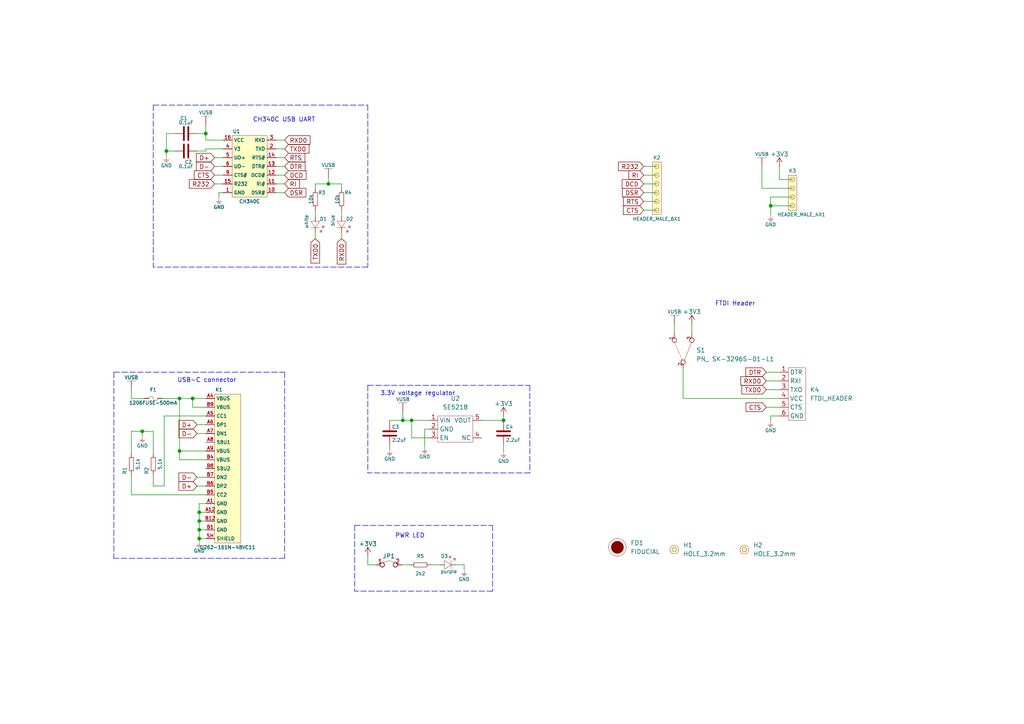
<source format=kicad_sch>
(kicad_sch (version 20210621) (generator eeschema)

  (uuid 4c09b18f-2c11-4b80-808b-29d2ecf61880)

  (paper "A4")

  (lib_symbols
    (symbol "e-radionica.com schematics:0402LED" (pin_numbers hide) (pin_names (offset 0.254) hide) (in_bom yes) (on_board yes)
      (property "Reference" "D" (id 0) (at -0.635 2.54 0)
        (effects (font (size 1 1)))
      )
      (property "Value" "0402LED" (id 1) (at 0 -2.54 0)
        (effects (font (size 1 1)))
      )
      (property "Footprint" "e-radionica.com footprinti:0402LED" (id 2) (at 0 5.08 0)
        (effects (font (size 1 1)) hide)
      )
      (property "Datasheet" "" (id 3) (at 0 0 0)
        (effects (font (size 1 1)) hide)
      )
      (symbol "0402LED_0_1"
        (polyline
          (pts
            (xy -0.635 1.27)
            (xy 1.27 0)
          )
          (stroke (width 0.0006)) (fill (type none))
        )
        (polyline
          (pts
            (xy 0.635 1.905)
            (xy 1.27 2.54)
          )
          (stroke (width 0.0006)) (fill (type none))
        )
        (polyline
          (pts
            (xy 1.27 1.27)
            (xy 1.27 -1.27)
          )
          (stroke (width 0.0006)) (fill (type none))
        )
        (polyline
          (pts
            (xy 1.905 1.27)
            (xy 2.54 1.905)
          )
          (stroke (width 0.0006)) (fill (type none))
        )
        (polyline
          (pts
            (xy -0.635 1.27)
            (xy -0.635 -1.27)
            (xy 1.27 0)
          )
          (stroke (width 0.0006)) (fill (type none))
        )
        (polyline
          (pts
            (xy 1.27 2.54)
            (xy 0.635 2.54)
            (xy 1.27 1.905)
            (xy 1.27 2.54)
          )
          (stroke (width 0.0006)) (fill (type none))
        )
        (polyline
          (pts
            (xy 2.54 1.905)
            (xy 1.905 1.905)
            (xy 2.54 1.27)
            (xy 2.54 1.905)
          )
          (stroke (width 0.0006)) (fill (type none))
        )
      )
      (symbol "0402LED_1_1"
        (pin passive line (at -1.905 0 0) (length 1.27)
          (name "A" (effects (font (size 1.27 1.27))))
          (number "1" (effects (font (size 1.27 1.27))))
        )
        (pin passive line (at 2.54 0 180) (length 1.27)
          (name "K" (effects (font (size 1.27 1.27))))
          (number "2" (effects (font (size 1.27 1.27))))
        )
      )
    )
    (symbol "e-radionica.com schematics:0402LED_1" (pin_numbers hide) (pin_names (offset 0.254) hide) (in_bom yes) (on_board yes)
      (property "Reference" "D" (id 0) (at -0.635 2.54 0)
        (effects (font (size 1 1)))
      )
      (property "Value" "0402LED" (id 1) (at 0 -2.54 0)
        (effects (font (size 1 1)))
      )
      (property "Footprint" "e-radionica.com footprinti:0402LED" (id 2) (at 0 5.08 0)
        (effects (font (size 1 1)) hide)
      )
      (property "Datasheet" "" (id 3) (at 0 0 0)
        (effects (font (size 1 1)) hide)
      )
      (property "Package" "0402" (id 4) (at 0 0 0)
        (effects (font (size 1.27 1.27)) hide)
      )
      (symbol "0402LED_1_0_1"
        (polyline
          (pts
            (xy -0.635 1.27)
            (xy 1.27 0)
          )
          (stroke (width 0.0006)) (fill (type none))
        )
        (polyline
          (pts
            (xy 0.635 1.905)
            (xy 1.27 2.54)
          )
          (stroke (width 0.0006)) (fill (type none))
        )
        (polyline
          (pts
            (xy 1.27 1.27)
            (xy 1.27 -1.27)
          )
          (stroke (width 0.0006)) (fill (type none))
        )
        (polyline
          (pts
            (xy 1.905 1.27)
            (xy 2.54 1.905)
          )
          (stroke (width 0.0006)) (fill (type none))
        )
        (polyline
          (pts
            (xy -0.635 1.27)
            (xy -0.635 -1.27)
            (xy 1.27 0)
          )
          (stroke (width 0.0006)) (fill (type none))
        )
        (polyline
          (pts
            (xy 1.27 2.54)
            (xy 0.635 2.54)
            (xy 1.27 1.905)
            (xy 1.27 2.54)
          )
          (stroke (width 0.0006)) (fill (type none))
        )
        (polyline
          (pts
            (xy 2.54 1.905)
            (xy 1.905 1.905)
            (xy 2.54 1.27)
            (xy 2.54 1.905)
          )
          (stroke (width 0.0006)) (fill (type none))
        )
      )
      (symbol "0402LED_1_1_1"
        (pin passive line (at -1.905 0 0) (length 1.27)
          (name "A" (effects (font (size 1.27 1.27))))
          (number "1" (effects (font (size 1.27 1.27))))
        )
        (pin passive line (at 2.54 0 180) (length 1.27)
          (name "K" (effects (font (size 1.27 1.27))))
          (number "2" (effects (font (size 1.27 1.27))))
        )
      )
    )
    (symbol "e-radionica.com schematics:0402R" (pin_numbers hide) (pin_names (offset 0.254)) (in_bom yes) (on_board yes)
      (property "Reference" "R" (id 0) (at -1.905 1.27 0)
        (effects (font (size 1 1)))
      )
      (property "Value" "0402R" (id 1) (at 0 -1.27 0)
        (effects (font (size 1 1)))
      )
      (property "Footprint" "e-radionica.com footprinti:0402R" (id 2) (at -2.54 1.905 0)
        (effects (font (size 1 1)) hide)
      )
      (property "Datasheet" "" (id 3) (at -2.54 1.905 0)
        (effects (font (size 1 1)) hide)
      )
      (symbol "0402R_0_1"
        (rectangle (start -1.905 -0.635) (end 1.905 -0.6604)
          (stroke (width 0.1)) (fill (type none))
        )
        (rectangle (start -1.905 0.635) (end -1.8796 -0.635)
          (stroke (width 0.1)) (fill (type none))
        )
        (rectangle (start -1.905 0.635) (end 1.905 0.6096)
          (stroke (width 0.1)) (fill (type none))
        )
        (rectangle (start 1.905 0.635) (end 1.9304 -0.635)
          (stroke (width 0.1)) (fill (type none))
        )
      )
      (symbol "0402R_1_1"
        (pin passive line (at -3.175 0 0) (length 1.27)
          (name "~" (effects (font (size 1.27 1.27))))
          (number "1" (effects (font (size 1.27 1.27))))
        )
        (pin passive line (at 3.175 0 180) (length 1.27)
          (name "~" (effects (font (size 1.27 1.27))))
          (number "2" (effects (font (size 1.27 1.27))))
        )
      )
    )
    (symbol "e-radionica.com schematics:0603C" (pin_numbers hide) (pin_names (offset 0.002)) (in_bom yes) (on_board yes)
      (property "Reference" "C" (id 0) (at -0.635 3.175 0)
        (effects (font (size 1 1)))
      )
      (property "Value" "0603C" (id 1) (at 0 -3.175 0)
        (effects (font (size 1 1)))
      )
      (property "Footprint" "e-radionica.com footprinti:0603C" (id 2) (at 0 0 0)
        (effects (font (size 1 1)) hide)
      )
      (property "Datasheet" "" (id 3) (at 0 0 0)
        (effects (font (size 1 1)) hide)
      )
      (symbol "0603C_0_1"
        (polyline
          (pts
            (xy -0.635 1.905)
            (xy -0.635 -1.905)
          )
          (stroke (width 0.5)) (fill (type none))
        )
        (polyline
          (pts
            (xy 0.635 1.905)
            (xy 0.635 -1.905)
          )
          (stroke (width 0.5)) (fill (type none))
        )
      )
      (symbol "0603C_1_1"
        (pin passive line (at -3.175 0 0) (length 2.54)
          (name "~" (effects (font (size 1.27 1.27))))
          (number "1" (effects (font (size 1.27 1.27))))
        )
        (pin passive line (at 3.175 0 180) (length 2.54)
          (name "~" (effects (font (size 1.27 1.27))))
          (number "2" (effects (font (size 1.27 1.27))))
        )
      )
    )
    (symbol "e-radionica.com schematics:0603C_4" (pin_numbers hide) (pin_names (offset 0.002)) (in_bom yes) (on_board yes)
      (property "Reference" "C" (id 0) (at -0.635 3.175 0)
        (effects (font (size 1 1)))
      )
      (property "Value" "0603C" (id 1) (at 0 -3.175 0)
        (effects (font (size 1 1)))
      )
      (property "Footprint" "e-radionica.com footprinti:0603C" (id 2) (at 0 0 0)
        (effects (font (size 1 1)) hide)
      )
      (property "Datasheet" "" (id 3) (at 0 0 0)
        (effects (font (size 1 1)) hide)
      )
      (symbol "0603C_4_0_1"
        (polyline
          (pts
            (xy -0.635 1.905)
            (xy -0.635 -1.905)
          )
          (stroke (width 0.5)) (fill (type none))
        )
        (polyline
          (pts
            (xy 0.635 1.905)
            (xy 0.635 -1.905)
          )
          (stroke (width 0.5)) (fill (type none))
        )
      )
      (symbol "0603C_4_1_1"
        (pin passive line (at -3.175 0 0) (length 2.54)
          (name "~" (effects (font (size 1.27 1.27))))
          (number "1" (effects (font (size 1.27 1.27))))
        )
        (pin passive line (at 3.175 0 180) (length 2.54)
          (name "~" (effects (font (size 1.27 1.27))))
          (number "2" (effects (font (size 1.27 1.27))))
        )
      )
    )
    (symbol "e-radionica.com schematics:0603C_5" (pin_numbers hide) (pin_names (offset 0.002)) (in_bom yes) (on_board yes)
      (property "Reference" "C" (id 0) (at -0.635 3.175 0)
        (effects (font (size 1 1)))
      )
      (property "Value" "0603C" (id 1) (at 0 -3.175 0)
        (effects (font (size 1 1)))
      )
      (property "Footprint" "e-radionica.com footprinti:0603C" (id 2) (at 0 0 0)
        (effects (font (size 1 1)) hide)
      )
      (property "Datasheet" "" (id 3) (at 0 0 0)
        (effects (font (size 1 1)) hide)
      )
      (symbol "0603C_5_0_1"
        (polyline
          (pts
            (xy -0.635 1.905)
            (xy -0.635 -1.905)
          )
          (stroke (width 0.5)) (fill (type none))
        )
        (polyline
          (pts
            (xy 0.635 1.905)
            (xy 0.635 -1.905)
          )
          (stroke (width 0.5)) (fill (type none))
        )
      )
      (symbol "0603C_5_1_1"
        (pin passive line (at -3.175 0 0) (length 2.54)
          (name "~" (effects (font (size 1.27 1.27))))
          (number "1" (effects (font (size 1.27 1.27))))
        )
        (pin passive line (at 3.175 0 180) (length 2.54)
          (name "~" (effects (font (size 1.27 1.27))))
          (number "2" (effects (font (size 1.27 1.27))))
        )
      )
    )
    (symbol "e-radionica.com schematics:0603R_1" (pin_numbers hide) (pin_names (offset 0.254)) (in_bom yes) (on_board yes)
      (property "Reference" "R" (id 0) (at -1.905 1.905 0)
        (effects (font (size 1 1)))
      )
      (property "Value" "0603R" (id 1) (at 0 -1.905 0)
        (effects (font (size 1 1)))
      )
      (property "Footprint" "e-radionica.com footprinti:0603R" (id 2) (at -0.635 1.905 0)
        (effects (font (size 1 1)) hide)
      )
      (property "Datasheet" "" (id 3) (at -0.635 1.905 0)
        (effects (font (size 1 1)) hide)
      )
      (symbol "0603R_1_0_1"
        (rectangle (start -1.905 -0.635) (end 1.905 -0.6604)
          (stroke (width 0.1)) (fill (type none))
        )
        (rectangle (start -1.905 0.635) (end -1.8796 -0.635)
          (stroke (width 0.1)) (fill (type none))
        )
        (rectangle (start -1.905 0.635) (end 1.905 0.6096)
          (stroke (width 0.1)) (fill (type none))
        )
        (rectangle (start 1.905 0.635) (end 1.9304 -0.635)
          (stroke (width 0.1)) (fill (type none))
        )
      )
      (symbol "0603R_1_1_1"
        (pin passive line (at -3.175 0 0) (length 1.27)
          (name "~" (effects (font (size 1.27 1.27))))
          (number "1" (effects (font (size 1.27 1.27))))
        )
        (pin passive line (at 3.175 0 180) (length 1.27)
          (name "~" (effects (font (size 1.27 1.27))))
          (number "2" (effects (font (size 1.27 1.27))))
        )
      )
    )
    (symbol "e-radionica.com schematics:0603R_2" (pin_numbers hide) (pin_names (offset 0.254)) (in_bom yes) (on_board yes)
      (property "Reference" "R" (id 0) (at -1.905 1.905 0)
        (effects (font (size 1 1)))
      )
      (property "Value" "0603R" (id 1) (at 0 -1.905 0)
        (effects (font (size 1 1)))
      )
      (property "Footprint" "e-radionica.com footprinti:0603R" (id 2) (at -0.635 1.905 0)
        (effects (font (size 1 1)) hide)
      )
      (property "Datasheet" "" (id 3) (at -0.635 1.905 0)
        (effects (font (size 1 1)) hide)
      )
      (symbol "0603R_2_0_1"
        (rectangle (start -1.905 -0.635) (end 1.905 -0.6604)
          (stroke (width 0.1)) (fill (type none))
        )
        (rectangle (start -1.905 0.635) (end -1.8796 -0.635)
          (stroke (width 0.1)) (fill (type none))
        )
        (rectangle (start -1.905 0.635) (end 1.905 0.6096)
          (stroke (width 0.1)) (fill (type none))
        )
        (rectangle (start 1.905 0.635) (end 1.9304 -0.635)
          (stroke (width 0.1)) (fill (type none))
        )
      )
      (symbol "0603R_2_1_1"
        (pin passive line (at -3.175 0 0) (length 1.27)
          (name "~" (effects (font (size 1.27 1.27))))
          (number "1" (effects (font (size 1.27 1.27))))
        )
        (pin passive line (at 3.175 0 180) (length 1.27)
          (name "~" (effects (font (size 1.27 1.27))))
          (number "2" (effects (font (size 1.27 1.27))))
        )
      )
    )
    (symbol "e-radionica.com schematics:1206FUSE" (pin_numbers hide) (pin_names hide) (in_bom yes) (on_board yes)
      (property "Reference" "F" (id 0) (at -1.27 1.905 0)
        (effects (font (size 1 1)))
      )
      (property "Value" "1206FUSE" (id 1) (at 0 -1.905 0)
        (effects (font (size 1 1)))
      )
      (property "Footprint" "e-radionica.com footprinti:1206FUSE" (id 2) (at 0 0 0)
        (effects (font (size 1 1)) hide)
      )
      (property "Datasheet" "" (id 3) (at 0 0 0)
        (effects (font (size 1 1)) hide)
      )
      (symbol "1206FUSE_0_1"
        (arc (start -1.27 0) (end 0 0) (radius (at -0.635 -0.0391) (length 0.6362) (angles 176.5 3.5))
          (stroke (width 0.0006)) (fill (type none))
        )
        (arc (start 0 0) (end 1.27 0) (radius (at 0.635 0.0113) (length 0.6351) (angles -179 -1))
          (stroke (width 0.0006)) (fill (type none))
        )
      )
      (symbol "1206FUSE_1_1"
        (pin passive line (at -2.54 0 0) (length 1.27)
          (name "~" (effects (font (size 1 1))))
          (number "1" (effects (font (size 1 1))))
        )
        (pin passive line (at 2.54 0 180) (length 1.27)
          (name "~" (effects (font (size 1 1))))
          (number "2" (effects (font (size 1 1))))
        )
      )
    )
    (symbol "e-radionica.com schematics:CH340C" (in_bom yes) (on_board yes)
      (property "Reference" "U" (id 0) (at -3.81 10.16 0)
        (effects (font (size 1 1)))
      )
      (property "Value" "CH340C" (id 1) (at 0 -10.16 0)
        (effects (font (size 1 1)))
      )
      (property "Footprint" "e-radionica.com footprinti:SOP-16" (id 2) (at 0 0 0)
        (effects (font (size 1 1)) hide)
      )
      (property "Datasheet" "" (id 3) (at 0 0 0)
        (effects (font (size 1 1)) hide)
      )
      (symbol "CH340C_0_1"
        (rectangle (start -5.08 8.89) (end 5.08 -8.89)
          (stroke (width 0.001)) (fill (type background))
        )
      )
      (symbol "CH340C_1_1"
        (pin passive line (at -7.62 -7.62 0) (length 2.54)
          (name "GND" (effects (font (size 1 1))))
          (number "1" (effects (font (size 1 1))))
        )
        (pin passive line (at 7.62 -7.62 180) (length 2.54)
          (name "DSR#" (effects (font (size 1 1))))
          (number "10" (effects (font (size 1 1))))
        )
        (pin passive line (at 7.62 -5.08 180) (length 2.54)
          (name "RI#" (effects (font (size 1 1))))
          (number "11" (effects (font (size 1 1))))
        )
        (pin passive line (at 7.62 -2.54 180) (length 2.54)
          (name "DCD#" (effects (font (size 1 1))))
          (number "12" (effects (font (size 1 1))))
        )
        (pin passive line (at 7.62 0 180) (length 2.54)
          (name "DTR#" (effects (font (size 1 1))))
          (number "13" (effects (font (size 1 1))))
        )
        (pin passive line (at 7.62 2.54 180) (length 2.54)
          (name "RTS#" (effects (font (size 1 1))))
          (number "14" (effects (font (size 1 1))))
        )
        (pin passive line (at -7.62 -5.08 0) (length 2.54)
          (name "R232" (effects (font (size 1 1))))
          (number "15" (effects (font (size 1 1))))
        )
        (pin passive line (at -7.62 7.62 0) (length 2.54)
          (name "VCC" (effects (font (size 1 1))))
          (number "16" (effects (font (size 1 1))))
        )
        (pin passive line (at 7.62 5.08 180) (length 2.54)
          (name "TXD" (effects (font (size 1 1))))
          (number "2" (effects (font (size 1 1))))
        )
        (pin passive line (at 7.62 7.62 180) (length 2.54)
          (name "RXD" (effects (font (size 1 1))))
          (number "3" (effects (font (size 1 1))))
        )
        (pin passive line (at -7.62 5.08 0) (length 2.54)
          (name "V3" (effects (font (size 1 1))))
          (number "4" (effects (font (size 1 1))))
        )
        (pin passive line (at -7.62 2.54 0) (length 2.54)
          (name "UD+" (effects (font (size 1 1))))
          (number "5" (effects (font (size 1 1))))
        )
        (pin passive line (at -7.62 0 0) (length 2.54)
          (name "UD-" (effects (font (size 1 1))))
          (number "6" (effects (font (size 1 1))))
        )
        (pin passive line (at -7.62 -2.54 0) (length 2.54)
          (name "CTS#" (effects (font (size 1 1))))
          (number "9" (effects (font (size 1 1))))
        )
      )
    )
    (symbol "e-radionica.com schematics:FIDUCIAL" (in_bom no) (on_board yes)
      (property "Reference" "FD" (id 0) (at 0 3.81 0)
        (effects (font (size 1.27 1.27)))
      )
      (property "Value" "FIDUCIAL" (id 1) (at 0 -3.81 0)
        (effects (font (size 1.27 1.27)))
      )
      (property "Footprint" "e-radionica.com footprinti:FIDUCIAL_23" (id 2) (at 0.254 -5.334 0)
        (effects (font (size 1.27 1.27)) hide)
      )
      (property "Datasheet" "" (id 3) (at 0 0 0)
        (effects (font (size 1.27 1.27)) hide)
      )
      (symbol "FIDUCIAL_0_1"
        (circle (center 0 0) (radius 2.54) (stroke (width 0.0006)) (fill (type none)))
        (circle (center 0 0) (radius 1.7961) (stroke (width 0.001)) (fill (type outline)))
        (polyline
          (pts
            (xy -2.54 0)
            (xy -2.794 0)
          )
          (stroke (width 0.0006)) (fill (type none))
        )
        (polyline
          (pts
            (xy 0 -2.54)
            (xy 0 -2.794)
          )
          (stroke (width 0.0006)) (fill (type none))
        )
        (polyline
          (pts
            (xy 0 2.54)
            (xy 0 2.794)
          )
          (stroke (width 0.0006)) (fill (type none))
        )
        (polyline
          (pts
            (xy 2.54 0)
            (xy 2.794 0)
          )
          (stroke (width 0.0006)) (fill (type none))
        )
      )
    )
    (symbol "e-radionica.com schematics:FTDI_HEADER" (in_bom yes) (on_board yes)
      (property "Reference" "K" (id 0) (at -1.27 8.89 0)
        (effects (font (size 1.27 1.27)))
      )
      (property "Value" "FTDI_HEADER" (id 1) (at 0 -8.89 0)
        (effects (font (size 1.27 1.27)))
      )
      (property "Footprint" "e-radionica.com footprinti:HEADER_MALE_6X1" (id 2) (at 1.27 -11.43 0)
        (effects (font (size 1.27 1.27)) hide)
      )
      (property "Datasheet" "" (id 3) (at 2.54 0 0)
        (effects (font (size 1.27 1.27)) hide)
      )
      (symbol "FTDI_HEADER_0_1"
        (rectangle (start -2.54 7.62) (end 2.54 -7.62)
          (stroke (width 0.0006)) (fill (type none))
        )
      )
      (symbol "FTDI_HEADER_1_1"
        (pin bidirectional line (at -5.08 6.35 0) (length 2.54)
          (name "DTR" (effects (font (size 1.27 1.27))))
          (number "1" (effects (font (size 1.27 1.27))))
        )
        (pin bidirectional line (at -5.08 3.81 0) (length 2.54)
          (name "RXI" (effects (font (size 1.27 1.27))))
          (number "2" (effects (font (size 1.27 1.27))))
        )
        (pin bidirectional line (at -5.08 1.27 0) (length 2.54)
          (name "TXO" (effects (font (size 1.27 1.27))))
          (number "3" (effects (font (size 1.27 1.27))))
        )
        (pin power_in line (at -5.08 -1.27 0) (length 2.54)
          (name "VCC" (effects (font (size 1.27 1.27))))
          (number "4" (effects (font (size 1.27 1.27))))
        )
        (pin bidirectional line (at -5.08 -3.81 0) (length 2.54)
          (name "CTS" (effects (font (size 1.27 1.27))))
          (number "5" (effects (font (size 1.27 1.27))))
        )
        (pin power_in line (at -5.08 -6.35 0) (length 2.54)
          (name "GND" (effects (font (size 1.27 1.27))))
          (number "6" (effects (font (size 1.27 1.27))))
        )
      )
    )
    (symbol "e-radionica.com schematics:GND_1" (power) (pin_names (offset 0)) (in_bom yes) (on_board yes)
      (property "Reference" "#PWR" (id 0) (at 4.445 0 0)
        (effects (font (size 1 1)) hide)
      )
      (property "Value" "GND" (id 1) (at 0 -2.921 0)
        (effects (font (size 1 1)))
      )
      (property "Footprint" "" (id 2) (at 4.445 3.81 0)
        (effects (font (size 1 1)) hide)
      )
      (property "Datasheet" "" (id 3) (at 4.445 3.81 0)
        (effects (font (size 1 1)) hide)
      )
      (property "ki_keywords" "power-flag" (id 4) (at 0 0 0)
        (effects (font (size 1.27 1.27)) hide)
      )
      (property "ki_description" "Power symbol creates a global label with name \"+3V3\"" (id 5) (at 0 0 0)
        (effects (font (size 1.27 1.27)) hide)
      )
      (symbol "GND_1_0_1"
        (polyline
          (pts
            (xy -0.762 -1.27)
            (xy 0.762 -1.27)
          )
          (stroke (width 0.0006)) (fill (type none))
        )
        (polyline
          (pts
            (xy -0.635 -1.524)
            (xy 0.635 -1.524)
          )
          (stroke (width 0.0006)) (fill (type none))
        )
        (polyline
          (pts
            (xy -0.381 -1.778)
            (xy 0.381 -1.778)
          )
          (stroke (width 0.0006)) (fill (type none))
        )
        (polyline
          (pts
            (xy -0.127 -2.032)
            (xy 0.127 -2.032)
          )
          (stroke (width 0.0006)) (fill (type none))
        )
        (polyline
          (pts
            (xy 0 0)
            (xy 0 -1.27)
          )
          (stroke (width 0.0006)) (fill (type none))
        )
      )
      (symbol "GND_1_1_1"
        (pin power_in line (at 0 0 270) (length 0) hide
          (name "GND" (effects (font (size 1.27 1.27))))
          (number "1" (effects (font (size 1.27 1.27))))
        )
      )
    )
    (symbol "e-radionica.com schematics:GND_2" (power) (pin_names (offset 0)) (in_bom yes) (on_board yes)
      (property "Reference" "#PWR" (id 0) (at 4.445 0 0)
        (effects (font (size 1 1)) hide)
      )
      (property "Value" "GND" (id 1) (at 0 -2.921 0)
        (effects (font (size 1 1)))
      )
      (property "Footprint" "" (id 2) (at 4.445 3.81 0)
        (effects (font (size 1 1)) hide)
      )
      (property "Datasheet" "" (id 3) (at 4.445 3.81 0)
        (effects (font (size 1 1)) hide)
      )
      (property "ki_keywords" "power-flag" (id 4) (at 0 0 0)
        (effects (font (size 1.27 1.27)) hide)
      )
      (property "ki_description" "Power symbol creates a global label with name \"+3V3\"" (id 5) (at 0 0 0)
        (effects (font (size 1.27 1.27)) hide)
      )
      (symbol "GND_2_0_1"
        (polyline
          (pts
            (xy -0.762 -1.27)
            (xy 0.762 -1.27)
          )
          (stroke (width 0.0006)) (fill (type none))
        )
        (polyline
          (pts
            (xy -0.635 -1.524)
            (xy 0.635 -1.524)
          )
          (stroke (width 0.0006)) (fill (type none))
        )
        (polyline
          (pts
            (xy -0.381 -1.778)
            (xy 0.381 -1.778)
          )
          (stroke (width 0.0006)) (fill (type none))
        )
        (polyline
          (pts
            (xy -0.127 -2.032)
            (xy 0.127 -2.032)
          )
          (stroke (width 0.0006)) (fill (type none))
        )
        (polyline
          (pts
            (xy 0 0)
            (xy 0 -1.27)
          )
          (stroke (width 0.0006)) (fill (type none))
        )
      )
      (symbol "GND_2_1_1"
        (pin power_in line (at 0 0 270) (length 0) hide
          (name "GND" (effects (font (size 1.27 1.27))))
          (number "1" (effects (font (size 1.27 1.27))))
        )
      )
    )
    (symbol "e-radionica.com schematics:GND_3" (power) (pin_names (offset 0)) (in_bom yes) (on_board yes)
      (property "Reference" "#PWR" (id 0) (at 4.445 0 0)
        (effects (font (size 1 1)) hide)
      )
      (property "Value" "GND" (id 1) (at 0 -2.921 0)
        (effects (font (size 1 1)))
      )
      (property "Footprint" "" (id 2) (at 4.445 3.81 0)
        (effects (font (size 1 1)) hide)
      )
      (property "Datasheet" "" (id 3) (at 4.445 3.81 0)
        (effects (font (size 1 1)) hide)
      )
      (property "ki_keywords" "power-flag" (id 4) (at 0 0 0)
        (effects (font (size 1.27 1.27)) hide)
      )
      (property "ki_description" "Power symbol creates a global label with name \"+3V3\"" (id 5) (at 0 0 0)
        (effects (font (size 1.27 1.27)) hide)
      )
      (symbol "GND_3_0_1"
        (polyline
          (pts
            (xy -0.762 -1.27)
            (xy 0.762 -1.27)
          )
          (stroke (width 0.0006)) (fill (type none))
        )
        (polyline
          (pts
            (xy -0.635 -1.524)
            (xy 0.635 -1.524)
          )
          (stroke (width 0.0006)) (fill (type none))
        )
        (polyline
          (pts
            (xy -0.381 -1.778)
            (xy 0.381 -1.778)
          )
          (stroke (width 0.0006)) (fill (type none))
        )
        (polyline
          (pts
            (xy -0.127 -2.032)
            (xy 0.127 -2.032)
          )
          (stroke (width 0.0006)) (fill (type none))
        )
        (polyline
          (pts
            (xy 0 0)
            (xy 0 -1.27)
          )
          (stroke (width 0.0006)) (fill (type none))
        )
      )
      (symbol "GND_3_1_1"
        (pin power_in line (at 0 0 270) (length 0) hide
          (name "GND" (effects (font (size 1.27 1.27))))
          (number "1" (effects (font (size 1.27 1.27))))
        )
      )
    )
    (symbol "e-radionica.com schematics:GND_5" (power) (pin_names (offset 0)) (in_bom yes) (on_board yes)
      (property "Reference" "#PWR" (id 0) (at 4.445 0 0)
        (effects (font (size 1 1)) hide)
      )
      (property "Value" "GND" (id 1) (at 0 -2.921 0)
        (effects (font (size 1 1)))
      )
      (property "Footprint" "" (id 2) (at 4.445 3.81 0)
        (effects (font (size 1 1)) hide)
      )
      (property "Datasheet" "" (id 3) (at 4.445 3.81 0)
        (effects (font (size 1 1)) hide)
      )
      (property "ki_keywords" "power-flag" (id 4) (at 0 0 0)
        (effects (font (size 1.27 1.27)) hide)
      )
      (property "ki_description" "Power symbol creates a global label with name \"+3V3\"" (id 5) (at 0 0 0)
        (effects (font (size 1.27 1.27)) hide)
      )
      (symbol "GND_5_0_1"
        (polyline
          (pts
            (xy -0.762 -1.27)
            (xy 0.762 -1.27)
          )
          (stroke (width 0.0006)) (fill (type none))
        )
        (polyline
          (pts
            (xy -0.635 -1.524)
            (xy 0.635 -1.524)
          )
          (stroke (width 0.0006)) (fill (type none))
        )
        (polyline
          (pts
            (xy -0.381 -1.778)
            (xy 0.381 -1.778)
          )
          (stroke (width 0.0006)) (fill (type none))
        )
        (polyline
          (pts
            (xy -0.127 -2.032)
            (xy 0.127 -2.032)
          )
          (stroke (width 0.0006)) (fill (type none))
        )
        (polyline
          (pts
            (xy 0 0)
            (xy 0 -1.27)
          )
          (stroke (width 0.0006)) (fill (type none))
        )
      )
      (symbol "GND_5_1_1"
        (pin power_in line (at 0 0 270) (length 0) hide
          (name "GND" (effects (font (size 1.27 1.27))))
          (number "1" (effects (font (size 1.27 1.27))))
        )
      )
    )
    (symbol "e-radionica.com schematics:HEADER_MALE_4X1" (pin_numbers hide) (pin_names hide) (in_bom yes) (on_board yes)
      (property "Reference" "K" (id 0) (at -0.635 7.62 0)
        (effects (font (size 1 1)))
      )
      (property "Value" "HEADER_MALE_4X1" (id 1) (at 0 -5.08 0)
        (effects (font (size 1 1)))
      )
      (property "Footprint" "e-radionica.com footprinti:HEADER_MALE_4X1" (id 2) (at 0 -2.54 0)
        (effects (font (size 1 1)) hide)
      )
      (property "Datasheet" "" (id 3) (at 0 -2.54 0)
        (effects (font (size 1 1)) hide)
      )
      (symbol "HEADER_MALE_4X1_0_1"
        (circle (center 0 -2.54) (radius 0.635) (stroke (width 0.0006)) (fill (type none)))
        (circle (center 0 0) (radius 0.635) (stroke (width 0.0006)) (fill (type none)))
        (circle (center 0 2.54) (radius 0.635) (stroke (width 0.0006)) (fill (type none)))
        (circle (center 0 5.08) (radius 0.635) (stroke (width 0.0006)) (fill (type none)))
        (rectangle (start 1.27 -3.81) (end -1.27 6.35)
          (stroke (width 0.001)) (fill (type background))
        )
      )
      (symbol "HEADER_MALE_4X1_1_1"
        (pin passive line (at 0 -2.54 180) (length 0)
          (name "~" (effects (font (size 1 1))))
          (number "1" (effects (font (size 1 1))))
        )
        (pin passive line (at 0 0 180) (length 0)
          (name "~" (effects (font (size 1 1))))
          (number "2" (effects (font (size 1 1))))
        )
        (pin passive line (at 0 2.54 180) (length 0)
          (name "~" (effects (font (size 1 1))))
          (number "3" (effects (font (size 1 1))))
        )
        (pin passive line (at 0 5.08 180) (length 0)
          (name "~" (effects (font (size 1 1))))
          (number "4" (effects (font (size 1 1))))
        )
      )
    )
    (symbol "e-radionica.com schematics:HEADER_MALE_6X1" (pin_numbers hide) (pin_names hide) (in_bom yes) (on_board yes)
      (property "Reference" "K" (id 0) (at -0.635 10.16 0)
        (effects (font (size 1 1)))
      )
      (property "Value" "HEADER_MALE_6X1" (id 1) (at 1.27 -7.62 0)
        (effects (font (size 1 1)))
      )
      (property "Footprint" "e-radionica.com footprinti:HEADER_MALE_6X1" (id 2) (at 0 0 0)
        (effects (font (size 1 1)) hide)
      )
      (property "Datasheet" "" (id 3) (at 0 0 0)
        (effects (font (size 1 1)) hide)
      )
      (symbol "HEADER_MALE_6X1_0_1"
        (circle (center 0 -5.08) (radius 0.635) (stroke (width 0.0006)) (fill (type none)))
        (circle (center 0 -2.54) (radius 0.635) (stroke (width 0.0006)) (fill (type none)))
        (circle (center 0 0) (radius 0.635) (stroke (width 0.0006)) (fill (type none)))
        (circle (center 0 2.54) (radius 0.635) (stroke (width 0.0006)) (fill (type none)))
        (circle (center 0 5.08) (radius 0.635) (stroke (width 0.0006)) (fill (type none)))
        (circle (center 0 7.62) (radius 0.635) (stroke (width 0.0006)) (fill (type none)))
        (rectangle (start 1.27 -6.35) (end -1.27 8.89)
          (stroke (width 0.001)) (fill (type background))
        )
      )
      (symbol "HEADER_MALE_6X1_1_1"
        (pin passive line (at 0 -5.08 180) (length 0)
          (name "~" (effects (font (size 0.991 0.991))))
          (number "1" (effects (font (size 0.991 0.991))))
        )
        (pin passive line (at 0 -2.54 180) (length 0)
          (name "~" (effects (font (size 0.991 0.991))))
          (number "2" (effects (font (size 0.991 0.991))))
        )
        (pin passive line (at 0 0 180) (length 0)
          (name "~" (effects (font (size 0.991 0.991))))
          (number "3" (effects (font (size 0.991 0.991))))
        )
        (pin passive line (at 0 2.54 180) (length 0)
          (name "~" (effects (font (size 0.991 0.991))))
          (number "4" (effects (font (size 0.991 0.991))))
        )
        (pin passive line (at 0 5.08 180) (length 0)
          (name "~" (effects (font (size 0.991 0.991))))
          (number "5" (effects (font (size 0.991 0.991))))
        )
        (pin passive line (at 0 7.62 180) (length 0)
          (name "~" (effects (font (size 0.991 0.991))))
          (number "6" (effects (font (size 0.991 0.991))))
        )
      )
    )
    (symbol "e-radionica.com schematics:HOLE_3.2mm" (pin_numbers hide) (pin_names hide) (in_bom yes) (on_board yes)
      (property "Reference" "H" (id 0) (at 0 2.54 0)
        (effects (font (size 1.27 1.27)))
      )
      (property "Value" "HOLE_3.2mm" (id 1) (at 0 -2.54 0)
        (effects (font (size 1.27 1.27)))
      )
      (property "Footprint" "e-radionica.com footprinti:HOLE_3.2mm" (id 2) (at 0 0 0)
        (effects (font (size 1.27 1.27)) hide)
      )
      (property "Datasheet" "" (id 3) (at 0 0 0)
        (effects (font (size 1.27 1.27)) hide)
      )
      (symbol "HOLE_3.2mm_0_1"
        (circle (center 0 0) (radius 0.635) (stroke (width 0.0006)) (fill (type none)))
        (circle (center 0 0) (radius 1.27) (stroke (width 0.001)) (fill (type background)))
      )
    )
    (symbol "e-radionica.com schematics:PN_ SK-3296S-01-L1" (in_bom yes) (on_board yes)
      (property "Reference" "S" (id 0) (at 0 7.62 0)
        (effects (font (size 1.27 1.27)))
      )
      (property "Value" "PN_ SK-3296S-01-L1" (id 1) (at 0 -6.35 0)
        (effects (font (size 1.27 1.27)))
      )
      (property "Footprint" "e-radionica.com footprinti:SWITCH_ON_OFF_ON_3296" (id 2) (at -0.762 0 0)
        (effects (font (size 1.27 1.27)) hide)
      )
      (property "Datasheet" "" (id 3) (at -0.762 0 0)
        (effects (font (size 1.27 1.27)) hide)
      )
      (property "ki_keywords" "SMD SWITCH    SMD SWITCH" (id 4) (at 0 0 0)
        (effects (font (size 1.27 1.27)) hide)
      )
      (symbol "PN_ SK-3296S-01-L1_0_1"
        (polyline
          (pts
            (xy -2.8956 -0.381)
            (xy 2.2606 -2.4384)
          )
          (stroke (width 0.0006)) (fill (type none))
        )
        (polyline
          (pts
            (xy -2.8194 0.254)
            (xy -2.2098 0.508)
          )
          (stroke (width 0.0006)) (fill (type none))
        )
        (polyline
          (pts
            (xy -1.8542 0.6604)
            (xy -1.3208 0.889)
          )
          (stroke (width 0.0006)) (fill (type none))
        )
        (polyline
          (pts
            (xy -0.9398 1.0414)
            (xy -0.254 1.3462)
          )
          (stroke (width 0.0006)) (fill (type none))
        )
        (polyline
          (pts
            (xy 0 1.4478)
            (xy 0.5842 1.7018)
          )
          (stroke (width 0.0006)) (fill (type none))
        )
        (polyline
          (pts
            (xy 0.8636 1.8288)
            (xy 1.3462 2.032)
          )
          (stroke (width 0.0006)) (fill (type none))
        )
        (polyline
          (pts
            (xy 1.6002 2.1336)
            (xy 2.159 2.3876)
            (xy 2.1336 2.3876)
          )
          (stroke (width 0.0006)) (fill (type none))
        )
      )
      (symbol "PN_ SK-3296S-01-L1_1_1"
        (pin input inverted (at 4.826 2.54 180) (length 2.54)
          (name "" (effects (font (size 1 1))))
          (number "1" (effects (font (size 1 1))))
        )
        (pin input inverted (at -5.334 0 0) (length 2.54)
          (name "" (effects (font (size 1 1))))
          (number "2" (effects (font (size 1 1))))
        )
        (pin input inverted (at 4.826 -2.54 180) (length 2.54)
          (name "" (effects (font (size 1 1))))
          (number "3" (effects (font (size 1 1))))
        )
      )
    )
    (symbol "e-radionica.com schematics:SE5218" (in_bom yes) (on_board yes)
      (property "Reference" "U" (id 0) (at -3.81 5.08 0)
        (effects (font (size 1.27 1.27)))
      )
      (property "Value" "SE5218" (id 1) (at 0 -5.08 0)
        (effects (font (size 1.27 1.27)))
      )
      (property "Footprint" "e-radionica.com footprinti:SOT-23-5" (id 2) (at 0 0 0)
        (effects (font (size 1.27 1.27)) hide)
      )
      (property "Datasheet" "" (id 3) (at 0 0 0)
        (effects (font (size 1.27 1.27)) hide)
      )
      (symbol "SE5218_0_1"
        (rectangle (start -5.08 3.81) (end 5.08 -3.81)
          (stroke (width 0.0006)) (fill (type none))
        )
      )
      (symbol "SE5218_1_1"
        (pin power_in line (at -7.62 2.54 0) (length 2.54)
          (name "VIN" (effects (font (size 1.27 1.27))))
          (number "1" (effects (font (size 1.27 1.27))))
        )
        (pin power_in line (at -7.62 0 0) (length 2.54)
          (name "GND" (effects (font (size 1.27 1.27))))
          (number "2" (effects (font (size 1.27 1.27))))
        )
        (pin input line (at -7.62 -2.54 0) (length 2.54)
          (name "EN" (effects (font (size 1.27 1.27))))
          (number "3" (effects (font (size 1.27 1.27))))
        )
        (pin passive line (at 7.62 -2.54 180) (length 2.54)
          (name "NC" (effects (font (size 1.27 1.27))))
          (number "4" (effects (font (size 1.27 1.27))))
        )
        (pin power_out line (at 7.62 2.54 180) (length 2.54)
          (name "VOUT" (effects (font (size 1.27 1.27))))
          (number "5" (effects (font (size 1.27 1.27))))
        )
      )
    )
    (symbol "e-radionica.com schematics:SMD-JUMPER-CONNECTED_TRACE_SLODERMASK" (in_bom yes) (on_board yes)
      (property "Reference" "JP" (id 0) (at 0 3.556 0)
        (effects (font (size 1.27 1.27)))
      )
      (property "Value" "SMD-JUMPER-CONNECTED_TRACE_SLODERMASK" (id 1) (at 0 -2.54 0)
        (effects (font (size 1.27 1.27)))
      )
      (property "Footprint" "e-radionica.com footprinti:SMD-JUMPER-CONNECTED_TRACE_SLODERMASK" (id 2) (at 0 -5.715 0)
        (effects (font (size 1.27 1.27)) hide)
      )
      (property "Datasheet" "" (id 3) (at 0 0 0)
        (effects (font (size 1.27 1.27)) hide)
      )
      (symbol "SMD-JUMPER-CONNECTED_TRACE_SLODERMASK_0_1"
        (arc (start -1.8034 0.5588) (end 1.397 0.5842) (radius (at -0.1875 -1.4124) (length 2.5489) (angles 129.3 51.6))
          (stroke (width 0.0006)) (fill (type none))
        )
      )
      (symbol "SMD-JUMPER-CONNECTED_TRACE_SLODERMASK_1_1"
        (pin passive inverted (at -4.064 0 0) (length 2.54)
          (name "" (effects (font (size 1.27 1.27))))
          (number "1" (effects (font (size 1.27 1.27))))
        )
        (pin passive inverted (at 3.556 0 180) (length 2.54)
          (name "" (effects (font (size 1.27 1.27))))
          (number "2" (effects (font (size 1.27 1.27))))
        )
      )
    )
    (symbol "e-radionica.com schematics:U262-161N-4BVC11" (in_bom yes) (on_board yes)
      (property "Reference" "K" (id 0) (at 0 22.86 0)
        (effects (font (size 1 1)))
      )
      (property "Value" "U262-161N-4BVC11" (id 1) (at 2.54 -22.86 0)
        (effects (font (size 1 1)))
      )
      (property "Footprint" "e-radionica.com footprinti:U262-161N-4BVC11" (id 2) (at 1.27 -3.81 0)
        (effects (font (size 1 1)) hide)
      )
      (property "Datasheet" "" (id 3) (at 1.27 -3.81 0)
        (effects (font (size 1 1)) hide)
      )
      (property "ki_keywords" "USBC USB-C USB" (id 4) (at 0 0 0)
        (effects (font (size 1.27 1.27)) hide)
      )
      (symbol "U262-161N-4BVC11_0_1"
        (rectangle (start -1.27 21.59) (end 6.35 -21.59)
          (stroke (width 0.001)) (fill (type background))
        )
      )
      (symbol "U262-161N-4BVC11_1_1"
        (pin passive line (at -3.81 -10.16 0) (length 2.54)
          (name "GND" (effects (font (size 1 1))))
          (number "A1" (effects (font (size 1 1))))
        )
        (pin passive line (at -3.81 -12.7 0) (length 2.54)
          (name "GND" (effects (font (size 1 1))))
          (number "A12" (effects (font (size 1 1))))
        )
        (pin passive line (at -3.81 20.32 0) (length 2.54)
          (name "VBUS" (effects (font (size 1 1))))
          (number "A4" (effects (font (size 1 1))))
        )
        (pin passive line (at -3.81 15.24 0) (length 2.54)
          (name "CC1" (effects (font (size 1 1))))
          (number "A5" (effects (font (size 1 1))))
        )
        (pin passive line (at -3.81 12.7 0) (length 2.54)
          (name "DP1" (effects (font (size 1 1))))
          (number "A6" (effects (font (size 1 1))))
        )
        (pin passive line (at -3.81 10.16 0) (length 2.54)
          (name "DN1" (effects (font (size 1 1))))
          (number "A7" (effects (font (size 1 1))))
        )
        (pin passive line (at -3.81 7.62 0) (length 2.54)
          (name "SBU1" (effects (font (size 1 1))))
          (number "A8" (effects (font (size 1 1))))
        )
        (pin passive line (at -3.81 5.08 0) (length 2.54)
          (name "VBUS" (effects (font (size 1 1))))
          (number "A9" (effects (font (size 1 1))))
        )
        (pin passive line (at -3.81 -17.78 0) (length 2.54)
          (name "GND" (effects (font (size 1 1))))
          (number "B1" (effects (font (size 1 1))))
        )
        (pin passive line (at -3.81 -15.24 0) (length 2.54)
          (name "GND" (effects (font (size 1 1))))
          (number "B12" (effects (font (size 1 1))))
        )
        (pin passive line (at -3.81 2.54 0) (length 2.54)
          (name "VBUS" (effects (font (size 1 1))))
          (number "B4" (effects (font (size 1 1))))
        )
        (pin passive line (at -3.81 -7.62 0) (length 2.54)
          (name "CC2" (effects (font (size 1 1))))
          (number "B5" (effects (font (size 1 1))))
        )
        (pin passive line (at -3.81 -5.08 0) (length 2.54)
          (name "DP2" (effects (font (size 1 1))))
          (number "B6" (effects (font (size 1 1))))
        )
        (pin passive line (at -3.81 -2.54 0) (length 2.54)
          (name "DN2" (effects (font (size 1 1))))
          (number "B7" (effects (font (size 1 1))))
        )
        (pin passive line (at -3.81 0 0) (length 2.54)
          (name "SBU2" (effects (font (size 1 1))))
          (number "B8" (effects (font (size 1 1))))
        )
        (pin passive line (at -3.81 17.78 0) (length 2.54)
          (name "VBUS" (effects (font (size 1 1))))
          (number "B9" (effects (font (size 1 1))))
        )
        (pin passive line (at -3.81 -20.32 0) (length 2.54)
          (name "SHIELD" (effects (font (size 1 1))))
          (number "SH" (effects (font (size 1 1))))
        )
      )
    )
    (symbol "e-radionica.com schematics:VUSB_1" (power) (pin_names (offset 0)) (in_bom yes) (on_board yes)
      (property "Reference" "#PWR" (id 0) (at 4.445 0 0)
        (effects (font (size 1 1)) hide)
      )
      (property "Value" "VUSB" (id 1) (at 0 3.556 0)
        (effects (font (size 1 1)))
      )
      (property "Footprint" "" (id 2) (at 4.445 3.81 0)
        (effects (font (size 1 1)) hide)
      )
      (property "Datasheet" "" (id 3) (at 4.445 3.81 0)
        (effects (font (size 1 1)) hide)
      )
      (property "ki_keywords" "power-flag" (id 4) (at 0 0 0)
        (effects (font (size 1.27 1.27)) hide)
      )
      (property "ki_description" "Power symbol creates a global label with name \"+3V3\"" (id 5) (at 0 0 0)
        (effects (font (size 1.27 1.27)) hide)
      )
      (symbol "VUSB_1_0_1"
        (polyline
          (pts
            (xy -1.27 2.54)
            (xy 1.27 2.54)
          )
          (stroke (width 0.0006)) (fill (type none))
        )
        (polyline
          (pts
            (xy 0 0)
            (xy 0 2.54)
          )
          (stroke (width 0)) (fill (type none))
        )
      )
      (symbol "VUSB_1_1_1"
        (pin power_in line (at 0 0 90) (length 0) hide
          (name "VUSB" (effects (font (size 1.27 1.27))))
          (number "1" (effects (font (size 1.27 1.27))))
        )
      )
    )
    (symbol "e-radionica.com schematics:VUSB_2" (power) (pin_names (offset 0)) (in_bom yes) (on_board yes)
      (property "Reference" "#PWR" (id 0) (at 4.445 0 0)
        (effects (font (size 1 1)) hide)
      )
      (property "Value" "VUSB" (id 1) (at 0 3.556 0)
        (effects (font (size 1 1)))
      )
      (property "Footprint" "" (id 2) (at 4.445 3.81 0)
        (effects (font (size 1 1)) hide)
      )
      (property "Datasheet" "" (id 3) (at 4.445 3.81 0)
        (effects (font (size 1 1)) hide)
      )
      (property "ki_keywords" "power-flag" (id 4) (at 0 0 0)
        (effects (font (size 1.27 1.27)) hide)
      )
      (property "ki_description" "Power symbol creates a global label with name \"+3V3\"" (id 5) (at 0 0 0)
        (effects (font (size 1.27 1.27)) hide)
      )
      (symbol "VUSB_2_0_1"
        (polyline
          (pts
            (xy -1.27 2.54)
            (xy 1.27 2.54)
          )
          (stroke (width 0.0006)) (fill (type none))
        )
        (polyline
          (pts
            (xy 0 0)
            (xy 0 2.54)
          )
          (stroke (width 0)) (fill (type none))
        )
      )
      (symbol "VUSB_2_1_1"
        (pin power_in line (at 0 0 90) (length 0) hide
          (name "VUSB" (effects (font (size 1.27 1.27))))
          (number "1" (effects (font (size 1.27 1.27))))
        )
      )
    )
    (symbol "e-radionica.com schematics:VUSB_3" (power) (pin_names (offset 0)) (in_bom yes) (on_board yes)
      (property "Reference" "#PWR" (id 0) (at 4.445 0 0)
        (effects (font (size 1 1)) hide)
      )
      (property "Value" "VUSB" (id 1) (at 0 3.556 0)
        (effects (font (size 1 1)))
      )
      (property "Footprint" "" (id 2) (at 4.445 3.81 0)
        (effects (font (size 1 1)) hide)
      )
      (property "Datasheet" "" (id 3) (at 4.445 3.81 0)
        (effects (font (size 1 1)) hide)
      )
      (property "ki_keywords" "power-flag" (id 4) (at 0 0 0)
        (effects (font (size 1.27 1.27)) hide)
      )
      (property "ki_description" "Power symbol creates a global label with name \"+3V3\"" (id 5) (at 0 0 0)
        (effects (font (size 1.27 1.27)) hide)
      )
      (symbol "VUSB_3_0_1"
        (polyline
          (pts
            (xy -1.27 2.54)
            (xy 1.27 2.54)
          )
          (stroke (width 0.0006)) (fill (type none))
        )
        (polyline
          (pts
            (xy 0 0)
            (xy 0 2.54)
          )
          (stroke (width 0)) (fill (type none))
        )
      )
      (symbol "VUSB_3_1_1"
        (pin power_in line (at 0 0 90) (length 0) hide
          (name "VUSB" (effects (font (size 1.27 1.27))))
          (number "1" (effects (font (size 1.27 1.27))))
        )
      )
    )
    (symbol "power:+3V3" (power) (pin_names (offset 0)) (in_bom yes) (on_board yes)
      (property "Reference" "#PWR" (id 0) (at 0 -3.81 0)
        (effects (font (size 1.27 1.27)) hide)
      )
      (property "Value" "+3V3" (id 1) (at 0 3.556 0)
        (effects (font (size 1.27 1.27)))
      )
      (property "Footprint" "" (id 2) (at 0 0 0)
        (effects (font (size 1.27 1.27)) hide)
      )
      (property "Datasheet" "" (id 3) (at 0 0 0)
        (effects (font (size 1.27 1.27)) hide)
      )
      (property "ki_keywords" "power-flag" (id 4) (at 0 0 0)
        (effects (font (size 1.27 1.27)) hide)
      )
      (property "ki_description" "Power symbol creates a global label with name \"+3V3\"" (id 5) (at 0 0 0)
        (effects (font (size 1.27 1.27)) hide)
      )
      (symbol "+3V3_0_1"
        (polyline
          (pts
            (xy -0.762 1.27)
            (xy 0 2.54)
          )
          (stroke (width 0)) (fill (type none))
        )
        (polyline
          (pts
            (xy 0 0)
            (xy 0 2.54)
          )
          (stroke (width 0)) (fill (type none))
        )
        (polyline
          (pts
            (xy 0 2.54)
            (xy 0.762 1.27)
          )
          (stroke (width 0)) (fill (type none))
        )
      )
      (symbol "+3V3_1_1"
        (pin power_in line (at 0 0 90) (length 0) hide
          (name "+3V3" (effects (font (size 1.27 1.27))))
          (number "1" (effects (font (size 1.27 1.27))))
        )
      )
    )
  )

  (junction (at 41.275 125.095) (diameter 0.9144) (color 0 0 0 0))
  (junction (at 48.26 43.815) (diameter 0.9144) (color 0 0 0 0))
  (junction (at 52.07 115.57) (diameter 0.9144) (color 0 0 0 0))
  (junction (at 52.07 130.81) (diameter 0.9144) (color 0 0 0 0))
  (junction (at 55.88 115.57) (diameter 0.9144) (color 0 0 0 0))
  (junction (at 57.785 148.59) (diameter 0.9144) (color 0 0 0 0))
  (junction (at 57.785 151.13) (diameter 0.9144) (color 0 0 0 0))
  (junction (at 57.785 153.67) (diameter 0.9144) (color 0 0 0 0))
  (junction (at 57.785 156.21) (diameter 0.9144) (color 0 0 0 0))
  (junction (at 59.69 38.735) (diameter 0.9144) (color 0 0 0 0))
  (junction (at 95.25 53.34) (diameter 0.9144) (color 0 0 0 0))
  (junction (at 116.84 121.92) (diameter 0.9144) (color 0 0 0 0))
  (junction (at 119.38 121.92) (diameter 0.9144) (color 0 0 0 0))
  (junction (at 146.05 121.92) (diameter 0.9144) (color 0 0 0 0))
  (junction (at 223.52 59.69) (diameter 0.9144) (color 0 0 0 0))

  (wire (pts (xy 38.1 115.57) (xy 38.1 113.03))
    (stroke (width 0) (type solid) (color 0 0 0 0))
    (uuid 5c76acf4-6092-4cfa-b642-eff4ed90a7bf)
  )
  (wire (pts (xy 38.1 125.095) (xy 38.1 131.445))
    (stroke (width 0) (type solid) (color 0 0 0 0))
    (uuid b48c3f4d-1dd1-41c7-ba25-8b083243151d)
  )
  (wire (pts (xy 38.1 125.095) (xy 41.275 125.095))
    (stroke (width 0) (type solid) (color 0 0 0 0))
    (uuid 9e394fd4-1944-4fb8-98d4-0c03ad865153)
  )
  (wire (pts (xy 38.1 137.795) (xy 38.1 143.51))
    (stroke (width 0) (type solid) (color 0 0 0 0))
    (uuid fd97a712-1e46-4fb6-bbe8-83379babcfeb)
  )
  (wire (pts (xy 41.275 125.095) (xy 41.275 126.365))
    (stroke (width 0) (type solid) (color 0 0 0 0))
    (uuid 98f000c9-6b0a-4642-9f27-a5f300939699)
  )
  (wire (pts (xy 41.275 125.095) (xy 44.45 125.095))
    (stroke (width 0) (type solid) (color 0 0 0 0))
    (uuid fccd8b31-f2dd-49fe-9277-4707a18bd5ee)
  )
  (wire (pts (xy 41.91 115.57) (xy 38.1 115.57))
    (stroke (width 0) (type solid) (color 0 0 0 0))
    (uuid 5c76acf4-6092-4cfa-b642-eff4ed90a7bf)
  )
  (wire (pts (xy 44.45 125.095) (xy 44.45 131.445))
    (stroke (width 0) (type solid) (color 0 0 0 0))
    (uuid c2f5c87f-1cac-4d3d-9960-faab23a62922)
  )
  (wire (pts (xy 44.45 137.795) (xy 44.45 140.97))
    (stroke (width 0) (type solid) (color 0 0 0 0))
    (uuid 3f0a73a1-e11d-4e47-b6c9-3dde43d4ae8c)
  )
  (wire (pts (xy 44.45 140.97) (xy 47.625 140.97))
    (stroke (width 0) (type solid) (color 0 0 0 0))
    (uuid fb6f151d-17ee-4cdd-ae5b-a3ee9a8fdcda)
  )
  (wire (pts (xy 46.99 115.57) (xy 52.07 115.57))
    (stroke (width 0) (type solid) (color 0 0 0 0))
    (uuid d61da67d-e9ce-4bf9-b799-1daf1fa4ea06)
  )
  (wire (pts (xy 47.625 120.65) (xy 59.69 120.65))
    (stroke (width 0) (type solid) (color 0 0 0 0))
    (uuid d1d14269-1311-433f-be34-4ee65929b1ef)
  )
  (wire (pts (xy 47.625 140.97) (xy 47.625 120.65))
    (stroke (width 0) (type solid) (color 0 0 0 0))
    (uuid e64597db-6be7-488b-8e10-82c01ce4a176)
  )
  (wire (pts (xy 48.26 38.735) (xy 48.26 43.815))
    (stroke (width 0) (type solid) (color 0 0 0 0))
    (uuid d8bca452-3aff-48cc-a2b8-bbc65c558d59)
  )
  (wire (pts (xy 48.26 43.815) (xy 48.26 45.085))
    (stroke (width 0) (type solid) (color 0 0 0 0))
    (uuid 81567aff-f8f5-4c1d-9989-18ba6d8a8fbb)
  )
  (wire (pts (xy 50.8 38.735) (xy 48.26 38.735))
    (stroke (width 0) (type solid) (color 0 0 0 0))
    (uuid 5592d438-ac5f-4f39-8efa-bf505a325ebf)
  )
  (wire (pts (xy 50.8 43.815) (xy 48.26 43.815))
    (stroke (width 0) (type solid) (color 0 0 0 0))
    (uuid c93633fe-f091-45f7-8d77-ea5aab14eb39)
  )
  (wire (pts (xy 52.07 115.57) (xy 55.88 115.57))
    (stroke (width 0) (type solid) (color 0 0 0 0))
    (uuid 5379c09f-d18a-455c-b4b6-b7851d352980)
  )
  (wire (pts (xy 52.07 130.81) (xy 52.07 115.57))
    (stroke (width 0) (type solid) (color 0 0 0 0))
    (uuid 2bbfdeae-611a-4b2e-b3aa-b210db2dc065)
  )
  (wire (pts (xy 52.07 130.81) (xy 52.07 133.35))
    (stroke (width 0) (type solid) (color 0 0 0 0))
    (uuid 164b647b-f1b0-4d97-a106-572cfa2f7d50)
  )
  (wire (pts (xy 52.07 130.81) (xy 59.69 130.81))
    (stroke (width 0) (type solid) (color 0 0 0 0))
    (uuid 08d7bbb6-9f1a-4e9b-9c4b-84c30a994ac7)
  )
  (wire (pts (xy 55.88 115.57) (xy 59.69 115.57))
    (stroke (width 0) (type solid) (color 0 0 0 0))
    (uuid e3b29549-ad87-4c46-92e2-fc419d55c80f)
  )
  (wire (pts (xy 55.88 118.11) (xy 55.88 115.57))
    (stroke (width 0) (type solid) (color 0 0 0 0))
    (uuid 01a35071-215d-4069-b95d-4cbdf0b5ce1a)
  )
  (wire (pts (xy 57.15 38.735) (xy 59.69 38.735))
    (stroke (width 0) (type solid) (color 0 0 0 0))
    (uuid 98deb36d-639b-47dd-8161-116de7fac1ee)
  )
  (wire (pts (xy 57.15 43.815) (xy 59.69 43.815))
    (stroke (width 0) (type solid) (color 0 0 0 0))
    (uuid c554c72a-d081-47ad-bf58-4db841d78817)
  )
  (wire (pts (xy 57.15 123.19) (xy 59.69 123.19))
    (stroke (width 0) (type solid) (color 0 0 0 0))
    (uuid b1ba9c4e-84e3-484c-aab7-cf45e45de0ed)
  )
  (wire (pts (xy 57.15 125.73) (xy 59.69 125.73))
    (stroke (width 0) (type solid) (color 0 0 0 0))
    (uuid 571541c6-820f-4436-aa56-2579391fccb4)
  )
  (wire (pts (xy 57.15 138.43) (xy 59.69 138.43))
    (stroke (width 0) (type solid) (color 0 0 0 0))
    (uuid 885d1fdc-879a-43a1-9909-9549b38ba439)
  )
  (wire (pts (xy 57.15 140.97) (xy 59.69 140.97))
    (stroke (width 0) (type solid) (color 0 0 0 0))
    (uuid bb0ca994-20c6-4a3f-93b7-8901637bb3d8)
  )
  (wire (pts (xy 57.785 146.05) (xy 57.785 148.59))
    (stroke (width 0) (type solid) (color 0 0 0 0))
    (uuid 33d126eb-ac61-4041-b6a6-721d3c83e494)
  )
  (wire (pts (xy 57.785 148.59) (xy 57.785 151.13))
    (stroke (width 0) (type solid) (color 0 0 0 0))
    (uuid 2c95b9f8-a7f1-4cb8-9b10-e3e608357385)
  )
  (wire (pts (xy 57.785 148.59) (xy 59.69 148.59))
    (stroke (width 0) (type solid) (color 0 0 0 0))
    (uuid 6488522d-3413-4051-a610-9c38549e228b)
  )
  (wire (pts (xy 57.785 151.13) (xy 57.785 153.67))
    (stroke (width 0) (type solid) (color 0 0 0 0))
    (uuid 38a0e15b-4fb1-4fd2-821f-775089dce453)
  )
  (wire (pts (xy 57.785 151.13) (xy 59.69 151.13))
    (stroke (width 0) (type solid) (color 0 0 0 0))
    (uuid 7cf10bbd-57b9-48cf-a0ed-b05dc6599721)
  )
  (wire (pts (xy 57.785 153.67) (xy 57.785 156.21))
    (stroke (width 0) (type solid) (color 0 0 0 0))
    (uuid a0125cea-f69a-4243-b739-5f95906db987)
  )
  (wire (pts (xy 57.785 153.67) (xy 59.69 153.67))
    (stroke (width 0) (type solid) (color 0 0 0 0))
    (uuid 645cdf64-555d-4ee5-8fdf-e5d265982e89)
  )
  (wire (pts (xy 57.785 156.21) (xy 57.785 156.845))
    (stroke (width 0) (type solid) (color 0 0 0 0))
    (uuid e015a3c6-8f81-445a-b803-db1be87556f1)
  )
  (wire (pts (xy 59.69 36.195) (xy 59.69 38.735))
    (stroke (width 0) (type solid) (color 0 0 0 0))
    (uuid d965a72e-4939-4d17-9bd5-eea2c918dbcc)
  )
  (wire (pts (xy 59.69 38.735) (xy 59.69 40.64))
    (stroke (width 0) (type solid) (color 0 0 0 0))
    (uuid d965a72e-4939-4d17-9bd5-eea2c918dbcc)
  )
  (wire (pts (xy 59.69 40.64) (xy 64.77 40.64))
    (stroke (width 0) (type solid) (color 0 0 0 0))
    (uuid fe579321-cb5f-4d66-80cf-4cb1bf39616e)
  )
  (wire (pts (xy 59.69 43.18) (xy 59.69 43.815))
    (stroke (width 0) (type solid) (color 0 0 0 0))
    (uuid 3cc3cf26-5d39-4c19-842e-df8723b12254)
  )
  (wire (pts (xy 59.69 118.11) (xy 55.88 118.11))
    (stroke (width 0) (type solid) (color 0 0 0 0))
    (uuid 2be060ae-85f8-47ad-b7a4-223185c5adc9)
  )
  (wire (pts (xy 59.69 133.35) (xy 52.07 133.35))
    (stroke (width 0) (type solid) (color 0 0 0 0))
    (uuid 9d2bbb9a-6de4-4bc2-b85e-c11155c06527)
  )
  (wire (pts (xy 59.69 143.51) (xy 38.1 143.51))
    (stroke (width 0) (type solid) (color 0 0 0 0))
    (uuid 2689c180-923d-4829-b67b-b40bb4818236)
  )
  (wire (pts (xy 59.69 146.05) (xy 57.785 146.05))
    (stroke (width 0) (type solid) (color 0 0 0 0))
    (uuid 3f3150e8-2dcb-4bdd-850b-f976a2cb1a26)
  )
  (wire (pts (xy 59.69 156.21) (xy 57.785 156.21))
    (stroke (width 0) (type solid) (color 0 0 0 0))
    (uuid df8c6a4b-9749-407f-91c6-8f9a773ed85d)
  )
  (wire (pts (xy 62.23 45.72) (xy 64.77 45.72))
    (stroke (width 0) (type solid) (color 0 0 0 0))
    (uuid 8b219ea1-f32d-419b-b69c-94c2d8ae0338)
  )
  (wire (pts (xy 62.23 48.26) (xy 64.77 48.26))
    (stroke (width 0) (type solid) (color 0 0 0 0))
    (uuid a6424c5e-0f9d-488e-a612-6e18ce074d14)
  )
  (wire (pts (xy 62.23 50.8) (xy 64.77 50.8))
    (stroke (width 0) (type solid) (color 0 0 0 0))
    (uuid 1e88fafc-485c-47cb-b760-07480d0229d6)
  )
  (wire (pts (xy 62.23 53.34) (xy 64.77 53.34))
    (stroke (width 0) (type solid) (color 0 0 0 0))
    (uuid a0b42bad-c8f5-4703-8d8a-e5580fef75dd)
  )
  (wire (pts (xy 63.5 55.88) (xy 63.5 57.15))
    (stroke (width 0) (type solid) (color 0 0 0 0))
    (uuid 7ba434fd-e80a-4c07-9abd-803d32568c62)
  )
  (wire (pts (xy 64.77 43.18) (xy 59.69 43.18))
    (stroke (width 0) (type solid) (color 0 0 0 0))
    (uuid 3cc3cf26-5d39-4c19-842e-df8723b12254)
  )
  (wire (pts (xy 64.77 55.88) (xy 63.5 55.88))
    (stroke (width 0) (type solid) (color 0 0 0 0))
    (uuid 7ba434fd-e80a-4c07-9abd-803d32568c62)
  )
  (wire (pts (xy 80.01 40.64) (xy 82.55 40.64))
    (stroke (width 0) (type solid) (color 0 0 0 0))
    (uuid ff99558e-03e4-4cbe-8aa1-cb3cd8aae217)
  )
  (wire (pts (xy 80.01 43.18) (xy 82.55 43.18))
    (stroke (width 0) (type solid) (color 0 0 0 0))
    (uuid 2a58600d-b993-4229-a3cf-fa734f0eba66)
  )
  (wire (pts (xy 80.01 45.72) (xy 82.55 45.72))
    (stroke (width 0) (type solid) (color 0 0 0 0))
    (uuid 6cf161ce-7cd0-4bb9-83b9-7a5fca3a8d11)
  )
  (wire (pts (xy 80.01 48.26) (xy 82.55 48.26))
    (stroke (width 0) (type solid) (color 0 0 0 0))
    (uuid c76a889b-d09d-405f-9673-dfb2311d4d97)
  )
  (wire (pts (xy 80.01 50.8) (xy 82.55 50.8))
    (stroke (width 0) (type solid) (color 0 0 0 0))
    (uuid 1caced1d-a23a-4cb3-959c-bce6162c282f)
  )
  (wire (pts (xy 80.01 53.34) (xy 82.55 53.34))
    (stroke (width 0) (type solid) (color 0 0 0 0))
    (uuid 5a3517aa-1cee-4e4d-99a5-bfc611837ec2)
  )
  (wire (pts (xy 80.01 55.88) (xy 82.55 55.88))
    (stroke (width 0) (type solid) (color 0 0 0 0))
    (uuid cd177d65-4606-40c3-9ddc-803cf7365e94)
  )
  (wire (pts (xy 91.44 53.34) (xy 95.25 53.34))
    (stroke (width 0) (type solid) (color 0 0 0 0))
    (uuid e9be4f50-fc84-4561-8543-ee86695082c7)
  )
  (wire (pts (xy 91.44 54.61) (xy 91.44 53.34))
    (stroke (width 0) (type solid) (color 0 0 0 0))
    (uuid fe81075d-f7cb-4a25-acac-1b88dce6c142)
  )
  (wire (pts (xy 91.44 60.96) (xy 91.44 62.865))
    (stroke (width 0) (type solid) (color 0 0 0 0))
    (uuid ae0baaa4-adf0-4461-9fe1-4bbb65f8304c)
  )
  (wire (pts (xy 91.44 67.31) (xy 91.44 69.215))
    (stroke (width 0) (type solid) (color 0 0 0 0))
    (uuid b08b0583-0f7e-4682-90eb-d426ffb4c12c)
  )
  (wire (pts (xy 95.25 51.435) (xy 95.25 53.34))
    (stroke (width 0) (type solid) (color 0 0 0 0))
    (uuid 3acf76a6-1737-4a9e-8bd7-f45b7a8cba7e)
  )
  (wire (pts (xy 99.06 53.34) (xy 95.25 53.34))
    (stroke (width 0) (type solid) (color 0 0 0 0))
    (uuid ae56c68c-501f-4a37-906a-0b32f7dcc080)
  )
  (wire (pts (xy 99.06 54.61) (xy 99.06 53.34))
    (stroke (width 0) (type solid) (color 0 0 0 0))
    (uuid 4e017370-1c83-4864-8f42-14ff3ec09cac)
  )
  (wire (pts (xy 99.06 60.96) (xy 99.06 62.865))
    (stroke (width 0) (type solid) (color 0 0 0 0))
    (uuid 940d4e2e-1949-4806-a5fc-573887fc2baa)
  )
  (wire (pts (xy 99.06 67.31) (xy 99.06 69.215))
    (stroke (width 0) (type solid) (color 0 0 0 0))
    (uuid 3d4746ab-aaf2-4965-aa67-a642072c95c6)
  )
  (wire (pts (xy 106.68 163.83) (xy 106.68 161.29))
    (stroke (width 0) (type solid) (color 0 0 0 0))
    (uuid f4da5be6-8836-45c5-8ea0-83cfdb584be1)
  )
  (wire (pts (xy 108.966 163.83) (xy 106.68 163.83))
    (stroke (width 0) (type solid) (color 0 0 0 0))
    (uuid f4da5be6-8836-45c5-8ea0-83cfdb584be1)
  )
  (wire (pts (xy 113.03 121.92) (xy 116.84 121.92))
    (stroke (width 0) (type solid) (color 0 0 0 0))
    (uuid 3ffb65dc-b01b-46e7-b7fb-be0cbebb231d)
  )
  (wire (pts (xy 113.03 122.555) (xy 113.03 121.92))
    (stroke (width 0) (type solid) (color 0 0 0 0))
    (uuid 645a7ac0-7ca4-415d-9c83-f0c515836679)
  )
  (wire (pts (xy 113.03 128.905) (xy 113.03 130.175))
    (stroke (width 0) (type solid) (color 0 0 0 0))
    (uuid 113687ab-57e8-47f9-94b7-86c21dbd7d53)
  )
  (wire (pts (xy 116.586 163.83) (xy 118.745 163.83))
    (stroke (width 0) (type solid) (color 0 0 0 0))
    (uuid 47580736-ee61-4573-9e0f-63cbbfa3a3f8)
  )
  (wire (pts (xy 116.84 121.92) (xy 116.84 119.38))
    (stroke (width 0) (type solid) (color 0 0 0 0))
    (uuid a1cde75c-58e9-4e66-a2f9-29150c450162)
  )
  (wire (pts (xy 116.84 121.92) (xy 119.38 121.92))
    (stroke (width 0) (type solid) (color 0 0 0 0))
    (uuid 1a693ae0-14b1-402e-a3ad-53ec776d3af1)
  )
  (wire (pts (xy 119.38 121.92) (xy 124.46 121.92))
    (stroke (width 0) (type solid) (color 0 0 0 0))
    (uuid d4e87763-f852-4f6b-b07d-82410b062ad5)
  )
  (wire (pts (xy 119.38 127) (xy 119.38 121.92))
    (stroke (width 0) (type solid) (color 0 0 0 0))
    (uuid e4921703-5d63-4c7c-9f66-c8f06218fbfb)
  )
  (wire (pts (xy 119.38 127) (xy 124.46 127))
    (stroke (width 0) (type solid) (color 0 0 0 0))
    (uuid 3e6cdf47-a3c8-4de1-9777-2d6ebc29873a)
  )
  (wire (pts (xy 123.19 124.46) (xy 123.19 129.54))
    (stroke (width 0) (type solid) (color 0 0 0 0))
    (uuid 445d31ab-d7b7-4fef-9652-eaa4df19b807)
  )
  (wire (pts (xy 124.46 124.46) (xy 123.19 124.46))
    (stroke (width 0) (type solid) (color 0 0 0 0))
    (uuid 445d31ab-d7b7-4fef-9652-eaa4df19b807)
  )
  (wire (pts (xy 125.095 163.83) (xy 127.635 163.83))
    (stroke (width 0) (type solid) (color 0 0 0 0))
    (uuid 5d0c427b-3bc2-4094-ae35-9c3976ccbd7f)
  )
  (wire (pts (xy 134.62 163.83) (xy 132.08 163.83))
    (stroke (width 0) (type solid) (color 0 0 0 0))
    (uuid 36b34c48-203d-4c01-8e40-b45a3dae6eeb)
  )
  (wire (pts (xy 134.62 163.83) (xy 134.62 165.1))
    (stroke (width 0) (type solid) (color 0 0 0 0))
    (uuid f5345a50-760c-462c-a20f-3d974f010f15)
  )
  (wire (pts (xy 139.7 121.92) (xy 146.05 121.92))
    (stroke (width 0) (type solid) (color 0 0 0 0))
    (uuid 222b72d1-8847-45f2-89fb-def20d6d8cc9)
  )
  (wire (pts (xy 146.05 120.65) (xy 146.05 121.92))
    (stroke (width 0) (type solid) (color 0 0 0 0))
    (uuid 5e9be213-dc9f-4124-ab21-d42b6ba296c3)
  )
  (wire (pts (xy 146.05 121.92) (xy 146.05 122.555))
    (stroke (width 0) (type solid) (color 0 0 0 0))
    (uuid 32decdf4-9c83-41f0-b7d5-c4f3f08ad83d)
  )
  (wire (pts (xy 146.05 128.905) (xy 146.05 130.81))
    (stroke (width 0) (type solid) (color 0 0 0 0))
    (uuid c2d6e1d1-5c9e-4450-8a82-0cdbdff504c3)
  )
  (wire (pts (xy 186.69 48.26) (xy 190.5 48.26))
    (stroke (width 0) (type solid) (color 0 0 0 0))
    (uuid 020fdb28-f422-4454-8169-37d762a776cb)
  )
  (wire (pts (xy 186.69 50.8) (xy 190.5 50.8))
    (stroke (width 0) (type solid) (color 0 0 0 0))
    (uuid 8e16959b-b3d6-4917-81c4-51936483f181)
  )
  (wire (pts (xy 186.69 53.34) (xy 190.5 53.34))
    (stroke (width 0) (type solid) (color 0 0 0 0))
    (uuid 2639d92a-b4c9-4783-af2d-784e6164a583)
  )
  (wire (pts (xy 186.69 55.88) (xy 190.5 55.88))
    (stroke (width 0) (type solid) (color 0 0 0 0))
    (uuid e944f12c-41a7-44a8-b961-e076869cb134)
  )
  (wire (pts (xy 186.69 58.42) (xy 190.5 58.42))
    (stroke (width 0) (type solid) (color 0 0 0 0))
    (uuid b8309bb0-bf41-491d-8071-40dab213034f)
  )
  (wire (pts (xy 186.69 60.96) (xy 190.5 60.96))
    (stroke (width 0) (type solid) (color 0 0 0 0))
    (uuid c3c9f6ee-2181-4481-96ac-ddf0f1dd333d)
  )
  (wire (pts (xy 195.58 93.98) (xy 195.58 96.774))
    (stroke (width 0) (type solid) (color 0 0 0 0))
    (uuid 3f2fb4f8-1b09-497d-8b03-8dd0a41b2468)
  )
  (wire (pts (xy 198.12 106.934) (xy 198.12 115.57))
    (stroke (width 0) (type solid) (color 0 0 0 0))
    (uuid 2a6478aa-de0f-491b-8856-a5bbbb37e097)
  )
  (wire (pts (xy 198.12 115.57) (xy 226.06 115.57))
    (stroke (width 0) (type solid) (color 0 0 0 0))
    (uuid 2a6478aa-de0f-491b-8856-a5bbbb37e097)
  )
  (wire (pts (xy 200.66 93.98) (xy 200.66 96.774))
    (stroke (width 0) (type solid) (color 0 0 0 0))
    (uuid d20f6685-e766-4e8c-bcd6-c7e45ca6b670)
  )
  (wire (pts (xy 220.98 54.61) (xy 220.98 48.26))
    (stroke (width 0) (type solid) (color 0 0 0 0))
    (uuid eb06ab9a-04fe-4f87-94d9-6bafc22e15e9)
  )
  (wire (pts (xy 222.25 107.95) (xy 226.06 107.95))
    (stroke (width 0) (type solid) (color 0 0 0 0))
    (uuid 137f5ab4-2149-443a-9052-4fa22bedf64a)
  )
  (wire (pts (xy 222.25 110.49) (xy 226.06 110.49))
    (stroke (width 0) (type solid) (color 0 0 0 0))
    (uuid 112444c3-eb1d-4f15-b7ea-fa71d9179ea1)
  )
  (wire (pts (xy 222.25 113.03) (xy 226.06 113.03))
    (stroke (width 0) (type solid) (color 0 0 0 0))
    (uuid f82ef87c-503a-4b07-acd5-0895d7195971)
  )
  (wire (pts (xy 222.25 118.11) (xy 226.06 118.11))
    (stroke (width 0) (type solid) (color 0 0 0 0))
    (uuid 4639d891-3956-4ea3-9765-9b0d0b2d1cc4)
  )
  (wire (pts (xy 223.52 57.15) (xy 223.52 59.69))
    (stroke (width 0) (type solid) (color 0 0 0 0))
    (uuid 30a6acf4-88d8-45cc-89b4-a7197859d0d9)
  )
  (wire (pts (xy 223.52 59.69) (xy 223.52 62.23))
    (stroke (width 0) (type solid) (color 0 0 0 0))
    (uuid 3b2d6ae8-0d00-4f05-8dd6-5098ea95d1f8)
  )
  (wire (pts (xy 223.52 120.65) (xy 223.52 121.92))
    (stroke (width 0) (type solid) (color 0 0 0 0))
    (uuid 4e18c9ba-8da2-4e5d-8cf5-933498e72cba)
  )
  (wire (pts (xy 226.06 52.07) (xy 226.06 48.26))
    (stroke (width 0) (type solid) (color 0 0 0 0))
    (uuid 22d49edf-85fa-4c0b-8bc5-5e807f321dbe)
  )
  (wire (pts (xy 226.06 120.65) (xy 223.52 120.65))
    (stroke (width 0) (type solid) (color 0 0 0 0))
    (uuid 4e18c9ba-8da2-4e5d-8cf5-933498e72cba)
  )
  (wire (pts (xy 229.87 52.07) (xy 226.06 52.07))
    (stroke (width 0) (type solid) (color 0 0 0 0))
    (uuid 22d49edf-85fa-4c0b-8bc5-5e807f321dbe)
  )
  (wire (pts (xy 229.87 54.61) (xy 220.98 54.61))
    (stroke (width 0) (type solid) (color 0 0 0 0))
    (uuid eb06ab9a-04fe-4f87-94d9-6bafc22e15e9)
  )
  (wire (pts (xy 229.87 57.15) (xy 223.52 57.15))
    (stroke (width 0) (type solid) (color 0 0 0 0))
    (uuid 30a6acf4-88d8-45cc-89b4-a7197859d0d9)
  )
  (wire (pts (xy 229.87 59.69) (xy 223.52 59.69))
    (stroke (width 0) (type solid) (color 0 0 0 0))
    (uuid 3b2d6ae8-0d00-4f05-8dd6-5098ea95d1f8)
  )
  (polyline (pts (xy 33.02 107.95) (xy 33.02 161.925))
    (stroke (width 0) (type dash) (color 0 0 0 0))
    (uuid ab784a2a-1545-44ed-8601-4fd5f2011ba3)
  )
  (polyline (pts (xy 33.02 107.95) (xy 82.55 107.95))
    (stroke (width 0) (type dash) (color 0 0 0 0))
    (uuid 0e8b95cf-45ae-400c-9d0e-ac3d9ab1ff1b)
  )
  (polyline (pts (xy 44.45 30.48) (xy 44.45 77.47))
    (stroke (width 0) (type dash) (color 0 0 0 0))
    (uuid cee5a3af-1138-4f33-bb3c-9fad29dcb213)
  )
  (polyline (pts (xy 44.45 30.48) (xy 106.68 30.48))
    (stroke (width 0) (type dash) (color 0 0 0 0))
    (uuid 3c15c6c8-5a24-4fea-9b23-43e2728a2b54)
  )
  (polyline (pts (xy 82.55 107.95) (xy 82.55 161.925))
    (stroke (width 0) (type dash) (color 0 0 0 0))
    (uuid 13042e19-629a-4639-8554-bdf0992ec3c6)
  )
  (polyline (pts (xy 82.55 161.925) (xy 33.02 161.925))
    (stroke (width 0) (type dash) (color 0 0 0 0))
    (uuid 4bfb799c-8c0d-4354-84e6-2ea68a749cb0)
  )
  (polyline (pts (xy 102.87 152.4) (xy 102.87 171.45))
    (stroke (width 0) (type dash) (color 0 0 0 0))
    (uuid c1d18bc5-42b5-41e6-935b-e4389646e648)
  )
  (polyline (pts (xy 102.87 152.4) (xy 142.875 152.4))
    (stroke (width 0) (type dash) (color 0 0 0 0))
    (uuid 23224b7c-9fd5-4254-b6d5-27edd3173dc5)
  )
  (polyline (pts (xy 106.68 30.48) (xy 106.68 77.47))
    (stroke (width 0) (type dash) (color 0 0 0 0))
    (uuid 98ff4037-77c8-4697-8136-c5857a1be67b)
  )
  (polyline (pts (xy 106.68 77.47) (xy 44.45 77.47))
    (stroke (width 0) (type dash) (color 0 0 0 0))
    (uuid 8bf7350f-d5bf-45f3-9f0d-db4824c06405)
  )
  (polyline (pts (xy 106.68 111.76) (xy 106.68 137.16))
    (stroke (width 0) (type dash) (color 0 0 0 0))
    (uuid 3b33e659-305d-4642-99d0-d902280f6bad)
  )
  (polyline (pts (xy 106.68 111.76) (xy 153.67 111.76))
    (stroke (width 0) (type dash) (color 0 0 0 0))
    (uuid 2b5b5cec-f6e1-49db-b035-4c7a40aac1e5)
  )
  (polyline (pts (xy 142.875 152.4) (xy 142.875 171.45))
    (stroke (width 0) (type dash) (color 0 0 0 0))
    (uuid 7c73a0cc-6f24-47a8-ab41-f43594303269)
  )
  (polyline (pts (xy 142.875 171.45) (xy 102.87 171.45))
    (stroke (width 0) (type dash) (color 0 0 0 0))
    (uuid ef6c6798-0f4a-4c7e-a385-19a40b8e3a2a)
  )
  (polyline (pts (xy 153.67 111.76) (xy 153.67 137.16))
    (stroke (width 0) (type dash) (color 0 0 0 0))
    (uuid 90c634e4-0d20-4af0-b65b-aeb016227ea6)
  )
  (polyline (pts (xy 153.67 137.16) (xy 106.68 137.16))
    (stroke (width 0) (type dash) (color 0 0 0 0))
    (uuid 3e476f27-79f1-4e72-a4d4-27148f77d51b)
  )

  (text "USB-C connector" (at 68.58 111.125 180)
    (effects (font (size 1.27 1.27)) (justify right bottom))
    (uuid 3283fe51-4150-4cb4-b3e4-dfaf28098008)
  )
  (text "CH340C USB UART" (at 91.44 35.56 180)
    (effects (font (size 1.27 1.27)) (justify right bottom))
    (uuid 5d5563e0-e4a2-4410-aee9-607ef182c057)
  )
  (text "PWR LED" (at 123.19 156.21 180)
    (effects (font (size 1.27 1.27)) (justify right bottom))
    (uuid 1577c31b-0a01-4554-b9fd-27b6fb050a56)
  )
  (text "3.3V voltage regulator" (at 132.08 114.935 180)
    (effects (font (size 1.27 1.27)) (justify right bottom))
    (uuid 4c7da6ec-0b08-4ff2-92cf-e76b27990606)
  )
  (text "FTDI Header" (at 219.075 88.9 180)
    (effects (font (size 1.27 1.27)) (justify right bottom))
    (uuid c2d93ec1-3cb1-4db2-9f63-dec43b5de407)
  )

  (global_label "D+" (shape input) (at 57.15 123.19 180)
    (effects (font (size 1.27 1.27)) (justify right))
    (uuid 7d6a541c-2f8e-4013-8b88-51318a6d22ab)
    (property "Intersheet References" "${INTERSHEET_REFS}" (id 0) (at 50.3705 123.1106 0)
      (effects (font (size 1.27 1.27)) (justify right) hide)
    )
  )
  (global_label "D-" (shape input) (at 57.15 125.73 180)
    (effects (font (size 1.27 1.27)) (justify right))
    (uuid b829fc2a-8d51-4344-9e0f-fb04f462e20a)
    (property "Intersheet References" "${INTERSHEET_REFS}" (id 0) (at 50.3705 125.6506 0)
      (effects (font (size 1.27 1.27)) (justify right) hide)
    )
  )
  (global_label "D-" (shape input) (at 57.15 138.43 180)
    (effects (font (size 1.27 1.27)) (justify right))
    (uuid 2ac2721b-2775-4cd8-9b1d-c379d7922ce1)
    (property "Intersheet References" "${INTERSHEET_REFS}" (id 0) (at 50.3705 138.3506 0)
      (effects (font (size 1.27 1.27)) (justify right) hide)
    )
  )
  (global_label "D+" (shape input) (at 57.15 140.97 180)
    (effects (font (size 1.27 1.27)) (justify right))
    (uuid 72e2c2f3-049f-4459-a193-53150ef87c55)
    (property "Intersheet References" "${INTERSHEET_REFS}" (id 0) (at 50.3705 140.8906 0)
      (effects (font (size 1.27 1.27)) (justify right) hide)
    )
  )
  (global_label "D+" (shape input) (at 62.23 45.72 180)
    (effects (font (size 1.27 1.27)) (justify right))
    (uuid 9cca0bbb-8fda-4bd0-b02b-f1d9910d75f8)
    (property "Intersheet References" "${INTERSHEET_REFS}" (id 0) (at 55.4505 45.6406 0)
      (effects (font (size 1.27 1.27)) (justify right) hide)
    )
  )
  (global_label "D-" (shape input) (at 62.23 48.26 180)
    (effects (font (size 1.27 1.27)) (justify right))
    (uuid d3912476-2e86-4547-85b0-cecbfd667621)
    (property "Intersheet References" "${INTERSHEET_REFS}" (id 0) (at 55.4505 48.1806 0)
      (effects (font (size 1.27 1.27)) (justify right) hide)
    )
  )
  (global_label "CTS" (shape input) (at 62.23 50.8 180)
    (effects (font (size 1.27 1.27)) (justify right))
    (uuid 1439fb92-0e0a-4f3e-a91d-437595fcc7c4)
    (property "Intersheet References" "${INTERSHEET_REFS}" (id 0) (at 54.8458 50.7206 0)
      (effects (font (size 1.27 1.27)) (justify right) hide)
    )
  )
  (global_label "R232" (shape input) (at 62.23 53.34 180)
    (effects (font (size 1.27 1.27)) (justify right))
    (uuid 5f2b7bcd-5079-495d-bcb3-e49bf49986a4)
    (property "Intersheet References" "${INTERSHEET_REFS}" (id 0) (at 53.3943 53.2606 0)
      (effects (font (size 1.27 1.27)) (justify right) hide)
    )
  )
  (global_label "RXD0" (shape input) (at 82.55 40.64 0)
    (effects (font (size 1.27 1.27)) (justify left))
    (uuid f4457a11-e981-4830-b980-a0574b7faa4f)
    (property "Intersheet References" "${INTERSHEET_REFS}" (id 0) (at 91.4461 40.5606 0)
      (effects (font (size 1.27 1.27)) (justify left) hide)
    )
  )
  (global_label "TXD0" (shape input) (at 82.55 43.18 0)
    (effects (font (size 1.27 1.27)) (justify left))
    (uuid 796536ec-d605-42f6-8f1e-adc39c760b07)
    (property "Intersheet References" "${INTERSHEET_REFS}" (id 0) (at 91.1438 43.1006 0)
      (effects (font (size 1.27 1.27)) (justify left) hide)
    )
  )
  (global_label "RTS" (shape input) (at 82.55 45.72 0)
    (effects (font (size 1.27 1.27)) (justify left))
    (uuid 6f032ece-e67f-4dbc-90eb-096dcd11b666)
    (property "Intersheet References" "${INTERSHEET_REFS}" (id 0) (at 89.9342 45.6406 0)
      (effects (font (size 1.27 1.27)) (justify left) hide)
    )
  )
  (global_label "DTR" (shape input) (at 82.55 48.26 0)
    (effects (font (size 1.27 1.27)) (justify left))
    (uuid 3a4a3400-fef2-433c-8c47-f7ac5840678e)
    (property "Intersheet References" "${INTERSHEET_REFS}" (id 0) (at 89.9947 48.1806 0)
      (effects (font (size 1.27 1.27)) (justify left) hide)
    )
  )
  (global_label "DCD" (shape input) (at 82.55 50.8 0)
    (effects (font (size 1.27 1.27)) (justify left))
    (uuid f4ed4432-ec0b-4411-ba60-78a107bf8dca)
    (property "Intersheet References" "${INTERSHEET_REFS}" (id 0) (at 90.2971 50.7206 0)
      (effects (font (size 1.27 1.27)) (justify left) hide)
    )
  )
  (global_label "RI" (shape input) (at 82.55 53.34 0)
    (effects (font (size 1.27 1.27)) (justify left))
    (uuid 7a368279-ca04-408b-acd7-31c61598eee8)
    (property "Intersheet References" "${INTERSHEET_REFS}" (id 0) (at 88.3619 53.2606 0)
      (effects (font (size 1.27 1.27)) (justify left) hide)
    )
  )
  (global_label "DSR" (shape input) (at 82.55 55.88 0)
    (effects (font (size 1.27 1.27)) (justify left))
    (uuid 17f680df-2331-422c-ace6-432bb8a27dbd)
    (property "Intersheet References" "${INTERSHEET_REFS}" (id 0) (at 90.2366 55.8006 0)
      (effects (font (size 1.27 1.27)) (justify left) hide)
    )
  )
  (global_label "TXD0" (shape input) (at 91.44 69.215 270)
    (effects (font (size 1.27 1.27)) (justify right))
    (uuid 15cb46c3-0cd6-4a4c-9e4c-f957f9659edd)
    (property "Intersheet References" "${INTERSHEET_REFS}" (id 0) (at 91.3606 77.8088 90)
      (effects (font (size 1.27 1.27)) (justify right) hide)
    )
  )
  (global_label "RXD0" (shape input) (at 99.06 69.215 270)
    (effects (font (size 1.27 1.27)) (justify right))
    (uuid acc49c54-f43c-404b-8d3f-bf70adc56074)
    (property "Intersheet References" "${INTERSHEET_REFS}" (id 0) (at 98.9806 78.1111 90)
      (effects (font (size 1.27 1.27)) (justify right) hide)
    )
  )
  (global_label "R232" (shape input) (at 186.69 48.26 180)
    (effects (font (size 1.27 1.27)) (justify right))
    (uuid bc69052d-fec7-40cf-bb8b-d45613659847)
    (property "Intersheet References" "${INTERSHEET_REFS}" (id 0) (at 177.8543 48.1806 0)
      (effects (font (size 1.27 1.27)) (justify right) hide)
    )
  )
  (global_label "RI" (shape input) (at 186.69 50.8 180)
    (effects (font (size 1.27 1.27)) (justify right))
    (uuid 701b1a5a-fff2-4f80-9e6a-3e7293379731)
    (property "Intersheet References" "${INTERSHEET_REFS}" (id 0) (at 180.8781 50.7206 0)
      (effects (font (size 1.27 1.27)) (justify right) hide)
    )
  )
  (global_label "DCD" (shape input) (at 186.69 53.34 180)
    (effects (font (size 1.27 1.27)) (justify right))
    (uuid bce3304d-2be9-43e2-afdf-1a890fee7a15)
    (property "Intersheet References" "${INTERSHEET_REFS}" (id 0) (at 178.9429 53.2606 0)
      (effects (font (size 1.27 1.27)) (justify right) hide)
    )
  )
  (global_label "DSR" (shape input) (at 186.69 55.88 180)
    (effects (font (size 1.27 1.27)) (justify right))
    (uuid 0f4b86a8-c0d9-432a-94c5-7bb680f53333)
    (property "Intersheet References" "${INTERSHEET_REFS}" (id 0) (at 179.0034 55.8006 0)
      (effects (font (size 1.27 1.27)) (justify right) hide)
    )
  )
  (global_label "RTS" (shape input) (at 186.69 58.42 180)
    (effects (font (size 1.27 1.27)) (justify right))
    (uuid 2bb84c05-7e3f-4fec-a493-ab29ef307b5c)
    (property "Intersheet References" "${INTERSHEET_REFS}" (id 0) (at 179.3058 58.3406 0)
      (effects (font (size 1.27 1.27)) (justify right) hide)
    )
  )
  (global_label "CTS" (shape input) (at 186.69 60.96 180)
    (effects (font (size 1.27 1.27)) (justify right))
    (uuid 1331638a-8406-42c7-adce-63a15b3fc722)
    (property "Intersheet References" "${INTERSHEET_REFS}" (id 0) (at 179.3058 60.8806 0)
      (effects (font (size 1.27 1.27)) (justify right) hide)
    )
  )
  (global_label "DTR" (shape input) (at 222.25 107.95 180)
    (effects (font (size 1.27 1.27)) (justify right))
    (uuid 2621d8c9-2426-408c-9b81-3a1780d3d24f)
    (property "Intersheet References" "${INTERSHEET_REFS}" (id 0) (at 214.8053 107.8706 0)
      (effects (font (size 1.27 1.27)) (justify right) hide)
    )
  )
  (global_label "RXD0" (shape input) (at 222.25 110.49 180)
    (effects (font (size 1.27 1.27)) (justify right))
    (uuid 6a92e4a2-afc0-4847-a1c3-a478f9d8c6a2)
    (property "Intersheet References" "${INTERSHEET_REFS}" (id 0) (at 213.3539 110.5694 0)
      (effects (font (size 1.27 1.27)) (justify right) hide)
    )
  )
  (global_label "TXD0" (shape input) (at 222.25 113.03 180)
    (effects (font (size 1.27 1.27)) (justify right))
    (uuid b860e9f5-5431-4df7-b185-ee1b554d977a)
    (property "Intersheet References" "${INTERSHEET_REFS}" (id 0) (at 213.6562 113.1094 0)
      (effects (font (size 1.27 1.27)) (justify right) hide)
    )
  )
  (global_label "CTS" (shape input) (at 222.25 118.11 180)
    (effects (font (size 1.27 1.27)) (justify right))
    (uuid 4e3ae35b-6773-46bd-97c3-b69976e13616)
    (property "Intersheet References" "${INTERSHEET_REFS}" (id 0) (at 214.8658 118.0306 0)
      (effects (font (size 1.27 1.27)) (justify right) hide)
    )
  )

  (symbol (lib_name "e-radionica.com schematics:GND_5") (lib_id "e-radionica.com schematics:GND") (at 41.275 126.365 0) (unit 1)
    (in_bom yes) (on_board yes)
    (uuid 96cd6c6e-a8b5-429e-84e8-0638bc924dfe)
    (property "Reference" "#PWR02" (id 0) (at 45.72 126.365 0)
      (effects (font (size 1 1)) hide)
    )
    (property "Value" "GND" (id 1) (at 41.275 129.286 0)
      (effects (font (size 1 1)))
    )
    (property "Footprint" "" (id 2) (at 45.72 122.555 0)
      (effects (font (size 1 1)) hide)
    )
    (property "Datasheet" "" (id 3) (at 45.72 122.555 0)
      (effects (font (size 1 1)) hide)
    )
    (pin "1" (uuid ac52ae5c-8b94-4a9a-88c4-2e29df24a3e0))
  )

  (symbol (lib_name "e-radionica.com schematics:GND_2") (lib_id "e-radionica.com schematics:GND") (at 48.26 45.085 0) (unit 1)
    (in_bom yes) (on_board yes)
    (uuid c23d8cf2-b257-4c99-a6c2-a0a9e8e551f0)
    (property "Reference" "#PWR03" (id 0) (at 52.705 45.085 0)
      (effects (font (size 1 1)) hide)
    )
    (property "Value" "GND" (id 1) (at 48.26 48.006 0)
      (effects (font (size 1 1)))
    )
    (property "Footprint" "" (id 2) (at 52.705 41.275 0)
      (effects (font (size 1 1)) hide)
    )
    (property "Datasheet" "" (id 3) (at 52.705 41.275 0)
      (effects (font (size 1 1)) hide)
    )
    (pin "1" (uuid 43db8488-33cc-4679-91e6-c681091241ee))
  )

  (symbol (lib_name "e-radionica.com schematics:GND_1") (lib_id "e-radionica.com schematics:GND") (at 57.785 156.845 0) (unit 1)
    (in_bom yes) (on_board yes)
    (uuid c7e182ba-4a80-4163-b473-287dd39fea3c)
    (property "Reference" "#PWR04" (id 0) (at 62.23 156.845 0)
      (effects (font (size 1 1)) hide)
    )
    (property "Value" "GND" (id 1) (at 57.785 159.766 0)
      (effects (font (size 1 1)))
    )
    (property "Footprint" "" (id 2) (at 62.23 153.035 0)
      (effects (font (size 1 1)) hide)
    )
    (property "Datasheet" "" (id 3) (at 62.23 153.035 0)
      (effects (font (size 1 1)) hide)
    )
    (pin "1" (uuid ca47d7fe-c596-4c71-8605-31e940423ebf))
  )

  (symbol (lib_name "e-radionica.com schematics:GND_2") (lib_id "e-radionica.com schematics:GND") (at 63.5 57.15 0) (unit 1)
    (in_bom yes) (on_board yes)
    (uuid 25440c6a-3b7c-47d9-96e2-145ab7935081)
    (property "Reference" "#PWR06" (id 0) (at 67.945 57.15 0)
      (effects (font (size 1 1)) hide)
    )
    (property "Value" "GND" (id 1) (at 63.5 60.071 0)
      (effects (font (size 1 1)))
    )
    (property "Footprint" "" (id 2) (at 67.945 53.34 0)
      (effects (font (size 1 1)) hide)
    )
    (property "Datasheet" "" (id 3) (at 67.945 53.34 0)
      (effects (font (size 1 1)) hide)
    )
    (pin "1" (uuid 43db8488-33cc-4679-91e6-c681091241ee))
  )

  (symbol (lib_name "e-radionica.com schematics:GND_3") (lib_id "e-radionica.com schematics:GND") (at 113.03 130.175 0) (unit 1)
    (in_bom yes) (on_board yes)
    (uuid 05ed704e-00ed-4e3f-ac4b-2809ad2be728)
    (property "Reference" "#PWR08" (id 0) (at 117.475 130.175 0)
      (effects (font (size 1 1)) hide)
    )
    (property "Value" "GND" (id 1) (at 113.03 133.096 0)
      (effects (font (size 1 1)))
    )
    (property "Footprint" "" (id 2) (at 117.475 126.365 0)
      (effects (font (size 1 1)) hide)
    )
    (property "Datasheet" "" (id 3) (at 117.475 126.365 0)
      (effects (font (size 1 1)) hide)
    )
    (pin "1" (uuid 3799a58c-9a91-4f0e-b236-a1e8524624cd))
  )

  (symbol (lib_name "e-radionica.com schematics:GND_3") (lib_id "e-radionica.com schematics:GND") (at 123.19 129.54 0) (unit 1)
    (in_bom yes) (on_board yes)
    (uuid f83d3657-2012-4a83-9415-0325675c63bc)
    (property "Reference" "#PWR011" (id 0) (at 127.635 129.54 0)
      (effects (font (size 1 1)) hide)
    )
    (property "Value" "GND" (id 1) (at 123.19 132.461 0)
      (effects (font (size 1 1)))
    )
    (property "Footprint" "" (id 2) (at 127.635 125.73 0)
      (effects (font (size 1 1)) hide)
    )
    (property "Datasheet" "" (id 3) (at 127.635 125.73 0)
      (effects (font (size 1 1)) hide)
    )
    (pin "1" (uuid d615cc12-fed0-4860-8518-bb350ac1bf8c))
  )

  (symbol (lib_name "e-radionica.com schematics:GND_3") (lib_id "e-radionica.com schematics:GND") (at 134.62 165.1 0) (unit 1)
    (in_bom yes) (on_board yes)
    (uuid 817fd54f-1769-4113-bd53-d4cd94662512)
    (property "Reference" "#PWR012" (id 0) (at 139.065 165.1 0)
      (effects (font (size 1 1)) hide)
    )
    (property "Value" "GND" (id 1) (at 134.62 168.021 0)
      (effects (font (size 1 1)))
    )
    (property "Footprint" "" (id 2) (at 139.065 161.29 0)
      (effects (font (size 1 1)) hide)
    )
    (property "Datasheet" "" (id 3) (at 139.065 161.29 0)
      (effects (font (size 1 1)) hide)
    )
    (pin "1" (uuid 4b59535a-117c-4257-87e9-79c1907c9ad0))
  )

  (symbol (lib_name "e-radionica.com schematics:GND_3") (lib_id "e-radionica.com schematics:GND") (at 146.05 130.81 0) (unit 1)
    (in_bom yes) (on_board yes)
    (uuid 09a2e969-57f9-496e-b7d4-902eabb8587e)
    (property "Reference" "#PWR014" (id 0) (at 150.495 130.81 0)
      (effects (font (size 1 1)) hide)
    )
    (property "Value" "GND" (id 1) (at 146.05 133.731 0)
      (effects (font (size 1 1)))
    )
    (property "Footprint" "" (id 2) (at 150.495 127 0)
      (effects (font (size 1 1)) hide)
    )
    (property "Datasheet" "" (id 3) (at 150.495 127 0)
      (effects (font (size 1 1)) hide)
    )
    (pin "1" (uuid d615cc12-fed0-4860-8518-bb350ac1bf8c))
  )

  (symbol (lib_name "e-radionica.com schematics:GND_3") (lib_id "e-radionica.com schematics:GND") (at 223.52 62.23 0) (unit 1)
    (in_bom yes) (on_board yes)
    (uuid 4a42e182-51f5-4b16-8adc-af908ff2ff27)
    (property "Reference" "#PWR018" (id 0) (at 227.965 62.23 0)
      (effects (font (size 1 1)) hide)
    )
    (property "Value" "GND" (id 1) (at 223.52 65.151 0)
      (effects (font (size 1 1)))
    )
    (property "Footprint" "" (id 2) (at 227.965 58.42 0)
      (effects (font (size 1 1)) hide)
    )
    (property "Datasheet" "" (id 3) (at 227.965 58.42 0)
      (effects (font (size 1 1)) hide)
    )
    (pin "1" (uuid d615cc12-fed0-4860-8518-bb350ac1bf8c))
  )

  (symbol (lib_name "e-radionica.com schematics:GND_3") (lib_id "e-radionica.com schematics:GND") (at 223.52 121.92 0) (unit 1)
    (in_bom yes) (on_board yes)
    (uuid 8a051fd8-6ce0-42ae-8681-0a703b8f3735)
    (property "Reference" "#PWR019" (id 0) (at 227.965 121.92 0)
      (effects (font (size 1 1)) hide)
    )
    (property "Value" "GND" (id 1) (at 223.52 124.841 0)
      (effects (font (size 1 1)))
    )
    (property "Footprint" "" (id 2) (at 227.965 118.11 0)
      (effects (font (size 1 1)) hide)
    )
    (property "Datasheet" "" (id 3) (at 227.965 118.11 0)
      (effects (font (size 1 1)) hide)
    )
    (pin "1" (uuid d615cc12-fed0-4860-8518-bb350ac1bf8c))
  )

  (symbol (lib_id "power:+3V3") (at 106.68 161.29 0) (unit 1)
    (in_bom yes) (on_board yes)
    (uuid 0cae1435-78cc-400c-840f-b41dc8916571)
    (property "Reference" "#PWR0101" (id 0) (at 106.68 165.1 0)
      (effects (font (size 1.27 1.27)) hide)
    )
    (property "Value" "+3V3" (id 1) (at 106.68 157.734 0))
    (property "Footprint" "" (id 2) (at 106.68 161.29 0)
      (effects (font (size 1.27 1.27)) hide)
    )
    (property "Datasheet" "" (id 3) (at 106.68 161.29 0)
      (effects (font (size 1.27 1.27)) hide)
    )
    (pin "1" (uuid ff8e8ccf-6631-4039-90ec-4a2c174b5e89))
  )

  (symbol (lib_id "power:+3V3") (at 146.05 120.65 0) (unit 1)
    (in_bom yes) (on_board yes)
    (uuid 26ec4732-f3e9-4ac6-9afa-f9c566d0177e)
    (property "Reference" "#PWR013" (id 0) (at 146.05 124.46 0)
      (effects (font (size 1.27 1.27)) hide)
    )
    (property "Value" "+3V3" (id 1) (at 146.05 117.094 0))
    (property "Footprint" "" (id 2) (at 146.05 120.65 0)
      (effects (font (size 1.27 1.27)) hide)
    )
    (property "Datasheet" "" (id 3) (at 146.05 120.65 0)
      (effects (font (size 1.27 1.27)) hide)
    )
    (pin "1" (uuid ff8e8ccf-6631-4039-90ec-4a2c174b5e89))
  )

  (symbol (lib_id "power:+3V3") (at 200.66 93.98 0) (unit 1)
    (in_bom yes) (on_board yes)
    (uuid 92d94839-130a-4e38-bc26-a429ee0f95a0)
    (property "Reference" "#PWR016" (id 0) (at 200.66 97.79 0)
      (effects (font (size 1.27 1.27)) hide)
    )
    (property "Value" "+3V3" (id 1) (at 200.66 90.424 0))
    (property "Footprint" "" (id 2) (at 200.66 93.98 0)
      (effects (font (size 1.27 1.27)) hide)
    )
    (property "Datasheet" "" (id 3) (at 200.66 93.98 0)
      (effects (font (size 1.27 1.27)) hide)
    )
    (pin "1" (uuid ff8e8ccf-6631-4039-90ec-4a2c174b5e89))
  )

  (symbol (lib_id "power:+3V3") (at 226.06 48.26 0) (unit 1)
    (in_bom yes) (on_board yes)
    (uuid e58982de-e632-4547-9b79-67c826aa1cac)
    (property "Reference" "#PWR020" (id 0) (at 226.06 52.07 0)
      (effects (font (size 1.27 1.27)) hide)
    )
    (property "Value" "+3V3" (id 1) (at 226.06 44.704 0))
    (property "Footprint" "" (id 2) (at 226.06 48.26 0)
      (effects (font (size 1.27 1.27)) hide)
    )
    (property "Datasheet" "" (id 3) (at 226.06 48.26 0)
      (effects (font (size 1.27 1.27)) hide)
    )
    (pin "1" (uuid ff8e8ccf-6631-4039-90ec-4a2c174b5e89))
  )

  (symbol (lib_id "e-radionica.com schematics:HOLE_3.2mm") (at 195.58 159.385 0) (unit 1)
    (in_bom yes) (on_board yes)
    (uuid 44b64f8f-7058-4b13-946c-2a1be918e2b2)
    (property "Reference" "H1" (id 0) (at 198.12 158.115 0)
      (effects (font (size 1.27 1.27)) (justify left))
    )
    (property "Value" "HOLE_3.2mm" (id 1) (at 198.12 160.655 0)
      (effects (font (size 1.27 1.27)) (justify left))
    )
    (property "Footprint" "e-radionica.com footprinti:HOLE_3.2mm" (id 2) (at 195.58 159.385 0)
      (effects (font (size 1.27 1.27)) hide)
    )
    (property "Datasheet" "" (id 3) (at 195.58 159.385 0)
      (effects (font (size 1.27 1.27)) hide)
    )
  )

  (symbol (lib_id "e-radionica.com schematics:HOLE_3.2mm") (at 215.9 159.385 0) (unit 1)
    (in_bom yes) (on_board yes)
    (uuid 57865a58-cc74-4933-aa01-bd94c7e2b7ad)
    (property "Reference" "H2" (id 0) (at 218.44 158.115 0)
      (effects (font (size 1.27 1.27)) (justify left))
    )
    (property "Value" "HOLE_3.2mm" (id 1) (at 218.44 160.655 0)
      (effects (font (size 1.27 1.27)) (justify left))
    )
    (property "Footprint" "e-radionica.com footprinti:HOLE_3.2mm" (id 2) (at 215.9 159.385 0)
      (effects (font (size 1.27 1.27)) hide)
    )
    (property "Datasheet" "" (id 3) (at 215.9 159.385 0)
      (effects (font (size 1.27 1.27)) hide)
    )
  )

  (symbol (lib_id "e-radionica.com schematics:1206FUSE") (at 44.45 115.57 0) (unit 1)
    (in_bom yes) (on_board yes)
    (uuid a58f4633-2c0a-4658-868d-2f580216bea3)
    (property "Reference" "F1" (id 0) (at 44.45 113.03 0)
      (effects (font (size 1 1)))
    )
    (property "Value" "1206FUSE-500mA" (id 1) (at 44.45 116.84 0)
      (effects (font (size 1 1)))
    )
    (property "Footprint" "e-radionica.com footprinti:1206FUSE" (id 2) (at 44.45 115.57 0)
      (effects (font (size 1 1)) hide)
    )
    (property "Datasheet" "" (id 3) (at 44.45 115.57 0)
      (effects (font (size 1 1)) hide)
    )
    (pin "1" (uuid e0a372c7-c20f-4f5d-bf8a-666f0e51a081))
    (pin "2" (uuid ecd1606f-3c48-4dbc-ac8e-77fe26d6418a))
  )

  (symbol (lib_name "e-radionica.com schematics:VUSB_2") (lib_id "e-radionica.com schematics:VUSB") (at 38.1 113.03 0) (unit 1)
    (in_bom yes) (on_board yes)
    (uuid 20eb20c9-c1c2-4f13-98af-c054f312efda)
    (property "Reference" "#PWR01" (id 0) (at 42.545 113.03 0)
      (effects (font (size 1 1)) hide)
    )
    (property "Value" "VUSB" (id 1) (at 38.1 109.474 0)
      (effects (font (size 1 1)))
    )
    (property "Footprint" "" (id 2) (at 42.545 109.22 0)
      (effects (font (size 1 1)) hide)
    )
    (property "Datasheet" "" (id 3) (at 42.545 109.22 0)
      (effects (font (size 1 1)) hide)
    )
    (pin "1" (uuid d1de1673-133e-4c8f-8033-01eed6dda6be))
  )

  (symbol (lib_name "e-radionica.com schematics:VUSB_1") (lib_id "e-radionica.com schematics:VUSB") (at 59.69 36.195 0) (unit 1)
    (in_bom yes) (on_board yes)
    (uuid f63fd939-facb-41e8-8c0a-9718a4c7731e)
    (property "Reference" "#PWR05" (id 0) (at 64.135 36.195 0)
      (effects (font (size 1 1)) hide)
    )
    (property "Value" "VUSB" (id 1) (at 59.69 32.639 0)
      (effects (font (size 1 1)))
    )
    (property "Footprint" "" (id 2) (at 64.135 32.385 0)
      (effects (font (size 1 1)) hide)
    )
    (property "Datasheet" "" (id 3) (at 64.135 32.385 0)
      (effects (font (size 1 1)) hide)
    )
    (pin "1" (uuid 3fcb6940-da12-4e55-86e7-a4674cffac88))
  )

  (symbol (lib_name "e-radionica.com schematics:VUSB_3") (lib_id "e-radionica.com schematics:VUSB") (at 95.25 51.435 0) (unit 1)
    (in_bom yes) (on_board yes)
    (uuid 5dbc671d-14a4-4732-ac6f-1077bb4edd51)
    (property "Reference" "#PWR07" (id 0) (at 99.695 51.435 0)
      (effects (font (size 1 1)) hide)
    )
    (property "Value" "VUSB" (id 1) (at 95.25 47.879 0)
      (effects (font (size 1 1)))
    )
    (property "Footprint" "" (id 2) (at 99.695 47.625 0)
      (effects (font (size 1 1)) hide)
    )
    (property "Datasheet" "" (id 3) (at 99.695 47.625 0)
      (effects (font (size 1 1)) hide)
    )
    (pin "1" (uuid c579b398-15c4-4cae-9100-a0fbdea679d3))
  )

  (symbol (lib_name "e-radionica.com schematics:VUSB_1") (lib_id "e-radionica.com schematics:VUSB") (at 116.84 119.38 0) (unit 1)
    (in_bom yes) (on_board yes)
    (uuid 879c8994-4dc9-4d34-bd03-23c5c7b6cc6f)
    (property "Reference" "#PWR09" (id 0) (at 121.285 119.38 0)
      (effects (font (size 1 1)) hide)
    )
    (property "Value" "VUSB" (id 1) (at 116.84 115.824 0)
      (effects (font (size 1 1)))
    )
    (property "Footprint" "" (id 2) (at 121.285 115.57 0)
      (effects (font (size 1 1)) hide)
    )
    (property "Datasheet" "" (id 3) (at 121.285 115.57 0)
      (effects (font (size 1 1)) hide)
    )
    (pin "1" (uuid 3fcb6940-da12-4e55-86e7-a4674cffac88))
  )

  (symbol (lib_name "e-radionica.com schematics:VUSB_1") (lib_id "e-radionica.com schematics:VUSB") (at 195.58 93.98 0) (unit 1)
    (in_bom yes) (on_board yes)
    (uuid 01bb7f23-4386-45c7-b989-6f67fb44ac67)
    (property "Reference" "#PWR015" (id 0) (at 200.025 93.98 0)
      (effects (font (size 1 1)) hide)
    )
    (property "Value" "VUSB" (id 1) (at 195.58 90.424 0)
      (effects (font (size 1 1)))
    )
    (property "Footprint" "" (id 2) (at 200.025 90.17 0)
      (effects (font (size 1 1)) hide)
    )
    (property "Datasheet" "" (id 3) (at 200.025 90.17 0)
      (effects (font (size 1 1)) hide)
    )
    (pin "1" (uuid 3fcb6940-da12-4e55-86e7-a4674cffac88))
  )

  (symbol (lib_name "e-radionica.com schematics:VUSB_1") (lib_id "e-radionica.com schematics:VUSB") (at 220.98 48.26 0) (unit 1)
    (in_bom yes) (on_board yes)
    (uuid a44bd773-dc4c-4eb4-affa-207f07f8cde6)
    (property "Reference" "#PWR017" (id 0) (at 225.425 48.26 0)
      (effects (font (size 1 1)) hide)
    )
    (property "Value" "VUSB" (id 1) (at 220.98 44.704 0)
      (effects (font (size 1 1)))
    )
    (property "Footprint" "" (id 2) (at 225.425 44.45 0)
      (effects (font (size 1 1)) hide)
    )
    (property "Datasheet" "" (id 3) (at 225.425 44.45 0)
      (effects (font (size 1 1)) hide)
    )
    (pin "1" (uuid 3fcb6940-da12-4e55-86e7-a4674cffac88))
  )

  (symbol (lib_name "e-radionica.com schematics:0603R_2") (lib_id "e-radionica.com schematics:0603R") (at 38.1 134.62 90) (unit 1)
    (in_bom yes) (on_board yes)
    (uuid 7e62097a-8b8d-4578-adf7-1c65e93a115d)
    (property "Reference" "R1" (id 0) (at 36.195 136.525 0)
      (effects (font (size 1 1)))
    )
    (property "Value" "5.1k" (id 1) (at 40.005 134.62 0)
      (effects (font (size 1 1)))
    )
    (property "Footprint" "e-radionica.com footprinti:0603R" (id 2) (at 36.195 135.255 0)
      (effects (font (size 1 1)) hide)
    )
    (property "Datasheet" "" (id 3) (at 36.195 135.255 0)
      (effects (font (size 1 1)) hide)
    )
    (pin "1" (uuid 49802d6b-3a0c-4c81-9b9e-a4f3e7ae0237))
    (pin "2" (uuid f661e949-e497-4c9a-93fb-d34c877ead6c))
  )

  (symbol (lib_name "e-radionica.com schematics:0603R_1") (lib_id "e-radionica.com schematics:0603R") (at 44.45 134.62 90) (unit 1)
    (in_bom yes) (on_board yes)
    (uuid 6d541b7b-0f49-4ade-a995-c2dcd37f6d03)
    (property "Reference" "R2" (id 0) (at 42.545 136.525 0)
      (effects (font (size 1 1)))
    )
    (property "Value" "5.1k" (id 1) (at 46.355 134.62 0)
      (effects (font (size 1 1)))
    )
    (property "Footprint" "e-radionica.com footprinti:0603R" (id 2) (at 42.545 135.255 0)
      (effects (font (size 1 1)) hide)
    )
    (property "Datasheet" "" (id 3) (at 42.545 135.255 0)
      (effects (font (size 1 1)) hide)
    )
    (pin "1" (uuid ff748930-ac9b-4f4a-8686-fca01fb582cc))
    (pin "2" (uuid 8695f133-b1ca-4a8e-88f6-af180e17fb4a))
  )

  (symbol (lib_id "e-radionica.com schematics:0402R") (at 91.44 57.785 90) (unit 1)
    (in_bom yes) (on_board yes)
    (uuid f1df06e9-2a06-4ac9-a496-899c67594db5)
    (property "Reference" "R3" (id 0) (at 93.345 55.88 90)
      (effects (font (size 1 1)))
    )
    (property "Value" "10k" (id 1) (at 90.17 57.785 0)
      (effects (font (size 1 1)))
    )
    (property "Footprint" "e-radionica.com footprinti:0402R" (id 2) (at 89.535 60.325 0)
      (effects (font (size 1 1)) hide)
    )
    (property "Datasheet" "" (id 3) (at 89.535 60.325 0)
      (effects (font (size 1 1)) hide)
    )
    (pin "1" (uuid b37b5e82-c4c2-48ed-8733-fd97a9fa1520))
    (pin "2" (uuid a810d67a-4068-47dc-bfa5-b62b1914815b))
  )

  (symbol (lib_id "e-radionica.com schematics:0402R") (at 99.06 57.785 90) (unit 1)
    (in_bom yes) (on_board yes)
    (uuid 5dca5ab9-eadb-48e0-8f62-a5dec36f590e)
    (property "Reference" "R4" (id 0) (at 100.965 55.88 90)
      (effects (font (size 1 1)))
    )
    (property "Value" "10k" (id 1) (at 97.79 57.785 0)
      (effects (font (size 1 1)))
    )
    (property "Footprint" "e-radionica.com footprinti:0402R" (id 2) (at 97.155 60.325 0)
      (effects (font (size 1 1)) hide)
    )
    (property "Datasheet" "" (id 3) (at 97.155 60.325 0)
      (effects (font (size 1 1)) hide)
    )
    (pin "1" (uuid fa7fc2db-5b1e-4fc4-a479-2e456e969cb0))
    (pin "2" (uuid dbf418b0-4cca-4550-9dfa-627298cb6ebc))
  )

  (symbol (lib_id "e-radionica.com schematics:0402R") (at 121.92 163.83 0) (unit 1)
    (in_bom yes) (on_board yes)
    (uuid a0bb54f8-00b2-4107-afa5-893b5a3ecf1f)
    (property "Reference" "R5" (id 0) (at 121.92 161.29 0)
      (effects (font (size 1 1)))
    )
    (property "Value" "2k2" (id 1) (at 121.92 166.37 0)
      (effects (font (size 1 1)))
    )
    (property "Footprint" "e-radionica.com footprinti:0402R" (id 2) (at 119.38 161.925 0)
      (effects (font (size 1 1)) hide)
    )
    (property "Datasheet" "" (id 3) (at 119.38 161.925 0)
      (effects (font (size 1 1)) hide)
    )
    (pin "1" (uuid 525d526a-18f2-4eb8-aef2-4a98bf65dcf3))
    (pin "2" (uuid b9c2d983-f7e2-450e-82a1-bfa99b45890f))
  )

  (symbol (lib_id "e-radionica.com schematics:SMD-JUMPER-CONNECTED_TRACE_SLODERMASK") (at 113.03 163.83 0) (unit 1)
    (in_bom yes) (on_board yes)
    (uuid ad5bb249-2835-47cb-9694-097d194ceda0)
    (property "Reference" "JP1" (id 0) (at 112.776 161.29 0))
    (property "Value" "SMD-JUMPER-CONNECTED_TRACE_SLODERMASK" (id 1) (at 112.141 166.37 0)
      (effects (font (size 1.27 1.27)) hide)
    )
    (property "Footprint" "e-radionica.com footprinti:SMD-JUMPER-CONNECTED_TRACE_SLODERMASK" (id 2) (at 113.03 169.545 0)
      (effects (font (size 1.27 1.27)) hide)
    )
    (property "Datasheet" "" (id 3) (at 113.03 163.83 0)
      (effects (font (size 1.27 1.27)) hide)
    )
    (pin "1" (uuid 174e0a4f-4c4f-420d-9ead-8d63922fa15b))
    (pin "2" (uuid d3032d75-e77e-4bce-a9b0-829a3684954b))
  )

  (symbol (lib_name "e-radionica.com schematics:0402LED_1") (lib_id "e-radionica.com schematics:0402LED") (at 91.44 64.77 270) (unit 1)
    (in_bom yes) (on_board yes)
    (uuid a0c8cfff-d857-4922-bfa0-8b68a87e9f89)
    (property "Reference" "D1" (id 0) (at 92.71 63.5 90)
      (effects (font (size 1 1)) (justify left))
    )
    (property "Value" "white" (id 1) (at 88.9 62.23 0)
      (effects (font (size 1 1)) (justify left))
    )
    (property "Footprint" "e-radionica.com footprinti:0402LED" (id 2) (at 96.52 64.77 0)
      (effects (font (size 1 1)) hide)
    )
    (property "Datasheet" "" (id 3) (at 91.44 64.77 0)
      (effects (font (size 1 1)) hide)
    )
    (property "Package" "0402" (id 4) (at 91.44 64.77 0)
      (effects (font (size 1.27 1.27)) hide)
    )
    (pin "1" (uuid 6f92e1ef-d5c0-433a-baa0-a6cb88bd9998))
    (pin "2" (uuid befcd347-8201-4e26-a304-ca97e56abeb5))
  )

  (symbol (lib_name "e-radionica.com schematics:0402LED_1") (lib_id "e-radionica.com schematics:0402LED") (at 99.06 64.77 270) (unit 1)
    (in_bom yes) (on_board yes)
    (uuid 0cea7f5c-0bdc-4a6c-b896-7c3d282ff639)
    (property "Reference" "D2" (id 0) (at 100.33 63.5 90)
      (effects (font (size 1 1)) (justify left))
    )
    (property "Value" "blue" (id 1) (at 96.52 62.23 0)
      (effects (font (size 1 1)) (justify left))
    )
    (property "Footprint" "e-radionica.com footprinti:0402LED" (id 2) (at 104.14 64.77 0)
      (effects (font (size 1 1)) hide)
    )
    (property "Datasheet" "" (id 3) (at 99.06 64.77 0)
      (effects (font (size 1 1)) hide)
    )
    (property "Package" "0402" (id 4) (at 99.06 64.77 0)
      (effects (font (size 1.27 1.27)) hide)
    )
    (pin "1" (uuid 6f92e1ef-d5c0-433a-baa0-a6cb88bd9998))
    (pin "2" (uuid befcd347-8201-4e26-a304-ca97e56abeb5))
  )

  (symbol (lib_id "e-radionica.com schematics:0402LED") (at 129.54 163.83 0) (unit 1)
    (in_bom yes) (on_board yes)
    (uuid 19f1bfdc-009d-481e-a02f-ff22105b5c5c)
    (property "Reference" "D3" (id 0) (at 128.905 161.29 0)
      (effects (font (size 1 1)))
    )
    (property "Value" "purple" (id 1) (at 130.175 165.735 0)
      (effects (font (size 1 1)))
    )
    (property "Footprint" "e-radionica.com footprinti:0402LED" (id 2) (at 129.54 158.75 0)
      (effects (font (size 1 1)) hide)
    )
    (property "Datasheet" "" (id 3) (at 129.54 163.83 0)
      (effects (font (size 1 1)) hide)
    )
    (pin "1" (uuid 1c798168-aa17-4a79-8ebd-bc0a09119511))
    (pin "2" (uuid 7e3dcc37-e7f5-41f0-adf0-fa53029f4a43))
  )

  (symbol (lib_id "e-radionica.com schematics:HEADER_MALE_4X1") (at 229.87 57.15 0) (unit 1)
    (in_bom yes) (on_board yes)
    (uuid 3522ceef-78a5-498f-8c28-08abbc332fd4)
    (property "Reference" "K3" (id 0) (at 229.87 49.53 0)
      (effects (font (size 1 1)))
    )
    (property "Value" "HEADER_MALE_4X1" (id 1) (at 232.41 62.23 0)
      (effects (font (size 1 1)))
    )
    (property "Footprint" "e-radionica.com footprinti:HEADER_MALE_4X1" (id 2) (at 229.87 59.69 0)
      (effects (font (size 1 1)) hide)
    )
    (property "Datasheet" "" (id 3) (at 229.87 59.69 0)
      (effects (font (size 1 1)) hide)
    )
    (pin "1" (uuid 73bf879e-29b3-4059-a224-0c99c22ad044))
    (pin "2" (uuid 960ae1fb-e30c-4626-bcc1-9567a91bdea4))
    (pin "3" (uuid 5ffce266-f2ab-44f4-885b-638a2bd9ddca))
    (pin "4" (uuid 0a2ff09c-da1a-44f3-9311-59d1f8f93c4d))
  )

  (symbol (lib_name "e-radionica.com schematics:0603C_4") (lib_id "e-radionica.com schematics:0603C") (at 53.975 38.735 0) (unit 1)
    (in_bom yes) (on_board yes)
    (uuid 4bbb0db6-bf36-4b8b-8a28-fc2eeda81bfe)
    (property "Reference" "C1" (id 0) (at 53.34 34.29 0)
      (effects (font (size 1 1)))
    )
    (property "Value" "0.1uF" (id 1) (at 53.975 35.56 0)
      (effects (font (size 1 1)))
    )
    (property "Footprint" "e-radionica.com footprinti:0603C" (id 2) (at 53.975 38.735 0)
      (effects (font (size 1 1)) hide)
    )
    (property "Datasheet" "" (id 3) (at 53.975 38.735 0)
      (effects (font (size 1 1)) hide)
    )
    (pin "1" (uuid cac38713-0974-4543-a717-f6eb2dbb65cb))
    (pin "2" (uuid 798cf7c1-dde6-413d-9609-a5019376801c))
  )

  (symbol (lib_name "e-radionica.com schematics:0603C_5") (lib_id "e-radionica.com schematics:0603C") (at 53.975 43.815 180) (unit 1)
    (in_bom yes) (on_board yes)
    (uuid 405e835c-a25f-481d-9a88-45c89e110e1d)
    (property "Reference" "C2" (id 0) (at 54.61 46.99 0)
      (effects (font (size 1 1)))
    )
    (property "Value" "0.1uF" (id 1) (at 53.975 48.26 0)
      (effects (font (size 1 1)))
    )
    (property "Footprint" "e-radionica.com footprinti:0603C" (id 2) (at 53.975 43.815 0)
      (effects (font (size 1 1)) hide)
    )
    (property "Datasheet" "" (id 3) (at 53.975 43.815 0)
      (effects (font (size 1 1)) hide)
    )
    (pin "1" (uuid b130c755-20df-4b82-b44f-ef52d43c67eb))
    (pin "2" (uuid f904de18-e1ba-455d-8607-159282a97d7f))
  )

  (symbol (lib_id "e-radionica.com schematics:0603C") (at 113.03 125.73 90) (unit 1)
    (in_bom yes) (on_board yes)
    (uuid f87f9e75-ab6f-4f58-9820-5d8833a2ba04)
    (property "Reference" "C3" (id 0) (at 113.665 123.825 90)
      (effects (font (size 1 1)) (justify right))
    )
    (property "Value" "2.2uF" (id 1) (at 113.665 127.635 90)
      (effects (font (size 1 1)) (justify right))
    )
    (property "Footprint" "e-radionica.com footprinti:0603C" (id 2) (at 113.03 125.73 0)
      (effects (font (size 1 1)) hide)
    )
    (property "Datasheet" "" (id 3) (at 113.03 125.73 0)
      (effects (font (size 1 1)) hide)
    )
    (pin "1" (uuid ededdb1c-3aa0-424b-a60a-8a9b44b74356))
    (pin "2" (uuid a1b9f1a6-eeec-4383-926e-b27888773c58))
  )

  (symbol (lib_id "e-radionica.com schematics:0603C") (at 146.05 125.73 90) (unit 1)
    (in_bom yes) (on_board yes)
    (uuid a758a3df-faa7-4c73-b6ea-df37165fe9ca)
    (property "Reference" "C4" (id 0) (at 146.685 123.825 90)
      (effects (font (size 1 1)) (justify right))
    )
    (property "Value" "2.2uF" (id 1) (at 146.685 127.635 90)
      (effects (font (size 1 1)) (justify right))
    )
    (property "Footprint" "e-radionica.com footprinti:0603C" (id 2) (at 146.05 125.73 0)
      (effects (font (size 1 1)) hide)
    )
    (property "Datasheet" "" (id 3) (at 146.05 125.73 0)
      (effects (font (size 1 1)) hide)
    )
    (pin "1" (uuid c2c01168-3afb-409b-8c25-53684e006bbe))
    (pin "2" (uuid 9881119e-747b-424e-bea5-041f76c33f3e))
  )

  (symbol (lib_id "e-radionica.com schematics:FIDUCIAL") (at 179.07 158.75 0) (unit 1)
    (in_bom no) (on_board yes) (fields_autoplaced)
    (uuid 5959c890-c188-41bc-8f8a-3a9d0eaa3314)
    (property "Reference" "FD1" (id 0) (at 182.88 157.4799 0)
      (effects (font (size 1.27 1.27)) (justify left))
    )
    (property "Value" "FIDUCIAL" (id 1) (at 182.88 160.0199 0)
      (effects (font (size 1.27 1.27)) (justify left))
    )
    (property "Footprint" "e-radionica.com footprinti:FIDUCIAL_23" (id 2) (at 179.324 164.084 0)
      (effects (font (size 1.27 1.27)) hide)
    )
    (property "Datasheet" "" (id 3) (at 179.07 158.75 0)
      (effects (font (size 1.27 1.27)) hide)
    )
  )

  (symbol (lib_id "e-radionica.com schematics:HEADER_MALE_6X1") (at 190.5 55.88 0) (unit 1)
    (in_bom yes) (on_board yes)
    (uuid 742167de-1746-4827-94b0-e6526bf119a5)
    (property "Reference" "K2" (id 0) (at 190.5 45.72 0)
      (effects (font (size 1 1)))
    )
    (property "Value" "HEADER_MALE_6X1" (id 1) (at 190.5 63.5 0)
      (effects (font (size 1 1)))
    )
    (property "Footprint" "e-radionica.com footprinti:HEADER_MALE_6X1" (id 2) (at 190.5 55.88 0)
      (effects (font (size 1 1)) hide)
    )
    (property "Datasheet" "" (id 3) (at 190.5 55.88 0)
      (effects (font (size 1 1)) hide)
    )
    (pin "1" (uuid bc39a557-1728-433e-9fef-411d37c83973))
    (pin "2" (uuid 5b933ad2-a194-4473-b6b9-257428706c8d))
    (pin "3" (uuid 764a3233-125d-4e07-8133-409b6c55b589))
    (pin "4" (uuid dda28213-1e2b-487d-973b-759cc3fab8d3))
    (pin "5" (uuid 149b3fc7-518a-4515-856d-f5e49daa60a2))
    (pin "6" (uuid 6c02e9de-8240-4887-8b91-3e7f219c4c6a))
  )

  (symbol (lib_id "e-radionica.com schematics:PN_ SK-3296S-01-L1") (at 198.12 101.6 90) (unit 1)
    (in_bom yes) (on_board yes)
    (uuid d683dbf4-ffc6-4b66-b291-7f85f5638a91)
    (property "Reference" "S1" (id 0) (at 201.93 101.6 90)
      (effects (font (size 1.27 1.27)) (justify right))
    )
    (property "Value" "PN_ SK-3296S-01-L1" (id 1) (at 201.93 104.14 90)
      (effects (font (size 1.27 1.27)) (justify right))
    )
    (property "Footprint" "e-radionica.com footprinti:SWITCH_ON_OFF_ON_3296" (id 2) (at 198.12 102.362 0)
      (effects (font (size 1.27 1.27)) hide)
    )
    (property "Datasheet" "" (id 3) (at 198.12 102.362 0)
      (effects (font (size 1.27 1.27)) hide)
    )
    (pin "1" (uuid 9c71fb34-833b-42a7-8fc8-9fcb8955899d))
    (pin "2" (uuid 24f6b90f-95a1-41d0-8244-0971102c2365))
    (pin "3" (uuid fd6bff06-f597-4966-a4c3-50ee18186e24))
  )

  (symbol (lib_id "e-radionica.com schematics:FTDI_HEADER") (at 231.14 114.3 0) (unit 1)
    (in_bom yes) (on_board yes)
    (uuid 1c606d8a-61d2-4e8e-b1f1-bee3b91aa3c5)
    (property "Reference" "K4" (id 0) (at 234.95 113.03 0)
      (effects (font (size 1.27 1.27)) (justify left))
    )
    (property "Value" "FTDI_HEADER" (id 1) (at 234.95 115.57 0)
      (effects (font (size 1.27 1.27)) (justify left))
    )
    (property "Footprint" "e-radionica.com footprinti:HEADER_MALE_6X1" (id 2) (at 232.41 125.73 0)
      (effects (font (size 1.27 1.27)) hide)
    )
    (property "Datasheet" "" (id 3) (at 233.68 114.3 0)
      (effects (font (size 1.27 1.27)) hide)
    )
    (pin "1" (uuid 3cb597a5-07b8-4776-8a4f-63e4d2934392))
    (pin "2" (uuid 552b4e4f-117b-46d1-96bb-ea071f5f7ed3))
    (pin "3" (uuid 68f7b9f4-349e-4bd6-9991-28ca108c857a))
    (pin "4" (uuid e3392be5-765b-4057-a5c4-d4aee23e3fe4))
    (pin "5" (uuid d5be0552-1601-42d1-94c2-ec181178b514))
    (pin "6" (uuid 446a82d7-9b44-49f2-984f-cbcdfabc7eba))
  )

  (symbol (lib_id "e-radionica.com schematics:SE5218") (at 132.08 124.46 0) (unit 1)
    (in_bom yes) (on_board yes)
    (uuid 9cb0a296-e089-49c0-a6d9-f4b434ea248c)
    (property "Reference" "U2" (id 0) (at 132.08 115.57 0))
    (property "Value" "SE5218" (id 1) (at 132.08 118.11 0))
    (property "Footprint" "e-radionica.com footprinti:SOT-23-5" (id 2) (at 132.08 124.46 0)
      (effects (font (size 1.27 1.27)) hide)
    )
    (property "Datasheet" "" (id 3) (at 132.08 124.46 0)
      (effects (font (size 1.27 1.27)) hide)
    )
    (pin "1" (uuid a0112630-a45e-4659-b007-faa89094b7f6))
    (pin "2" (uuid aed4fe7a-53f6-48cc-a146-5f9a1cf1af2c))
    (pin "3" (uuid fd91a8ac-f35c-43a3-ae47-b5055d38b531))
    (pin "4" (uuid 2b54077d-bc7d-4ce9-a8e2-5c8df7571dc1))
    (pin "5" (uuid 18ffbfeb-e2bc-4a86-81da-93b051ceeda3))
  )

  (symbol (lib_id "e-radionica.com schematics:CH340C") (at 72.39 48.26 0) (unit 1)
    (in_bom yes) (on_board yes)
    (uuid aee7c3a9-5abf-479e-be9d-fe4056ce15b4)
    (property "Reference" "U1" (id 0) (at 68.58 38.1 0)
      (effects (font (size 1 1)))
    )
    (property "Value" "CH340C" (id 1) (at 72.39 58.42 0)
      (effects (font (size 1 1)))
    )
    (property "Footprint" "e-radionica.com footprinti:SOP-16" (id 2) (at 72.39 48.26 0)
      (effects (font (size 1 1)) hide)
    )
    (property "Datasheet" "" (id 3) (at 72.39 48.26 0)
      (effects (font (size 1 1)) hide)
    )
    (pin "1" (uuid 77cb7ba7-7ead-43d3-8f3d-231af80db021))
    (pin "10" (uuid cff3c7fa-2733-4984-a6ac-26b0a26527a4))
    (pin "11" (uuid 3c4e0eb5-1b50-4639-b6b3-6f759d7484d0))
    (pin "12" (uuid e09f5efa-1f33-4fdd-a5f8-99019fd62f59))
    (pin "13" (uuid 9077c2fd-62b6-4e1d-9c52-fc152981d658))
    (pin "14" (uuid 9404d078-23cc-4f71-bfa6-b9783aed8079))
    (pin "15" (uuid b541a597-c585-4197-a199-7fc84b6ab411))
    (pin "16" (uuid e5af7158-69ee-46d7-90bc-1f09ea98ef72))
    (pin "2" (uuid caf426bf-d4c0-4e4c-b20d-bc1346be223c))
    (pin "3" (uuid be27236e-12a5-4c3f-a970-997637865520))
    (pin "4" (uuid caddb7cf-1648-4f55-9d80-82d3196719c3))
    (pin "5" (uuid 722453c5-b6de-4126-9f55-8e8550b61d68))
    (pin "6" (uuid 6009bd17-620c-48ea-bdfd-4b2a79963655))
    (pin "9" (uuid d3a8973a-a472-44a7-b341-237cb5a3e7e8))
  )

  (symbol (lib_id "e-radionica.com schematics:U262-161N-4BVC11") (at 63.5 135.89 0) (unit 1)
    (in_bom yes) (on_board yes)
    (uuid 84287ab3-209f-4d5d-9452-7f447cddc1e8)
    (property "Reference" "K1" (id 0) (at 63.5 113.03 0)
      (effects (font (size 1 1)))
    )
    (property "Value" "U262-161N-4BVC11" (id 1) (at 66.04 158.75 0)
      (effects (font (size 1 1)))
    )
    (property "Footprint" "e-radionica.com footprinti:U262-161N-4BVC11" (id 2) (at 64.77 139.7 0)
      (effects (font (size 1 1)) hide)
    )
    (property "Datasheet" "" (id 3) (at 64.77 139.7 0)
      (effects (font (size 1 1)) hide)
    )
    (pin "A1" (uuid b6a0df10-9c65-4cc2-ab48-a7d4a2c346e2))
    (pin "A12" (uuid 166061fd-91d0-4d0e-95e5-1605b398cabe))
    (pin "A4" (uuid 56c241bb-51e0-498f-84a6-616972a82317))
    (pin "A5" (uuid 6b6dfa45-3368-4e14-a27d-4fc317520f28))
    (pin "A6" (uuid f0e2a8da-bca0-4f1a-aa2d-1eeb3195c3e1))
    (pin "A7" (uuid e5c8f989-becf-4a8e-81cd-0f67543d29ac))
    (pin "A8" (uuid b0c31ed2-efa7-4294-ac20-f73871f23efa))
    (pin "A9" (uuid 0f174563-480a-4978-8f40-45b720d8f851))
    (pin "B1" (uuid d3b5ffa6-dacf-44e6-89be-173f52b4aa0d))
    (pin "B12" (uuid bbdf456b-05ea-44c6-a71c-77ebec861263))
    (pin "B4" (uuid 888fabc2-d825-45c2-ac85-13610630ad77))
    (pin "B5" (uuid 92e511fb-cc1d-4bb0-802d-2bceb10f41ca))
    (pin "B6" (uuid 7b0ce693-05f0-4ccf-a6b2-6b32f09076e0))
    (pin "B7" (uuid 3361b639-b333-4cc8-83d0-6ac5acae1dcc))
    (pin "B8" (uuid ab489ff4-dce7-4d1d-af35-4ea7e17d6173))
    (pin "B9" (uuid 9d35a7ad-ad60-4cab-958d-714fae852d5e))
    (pin "SH" (uuid 2dd093e7-89fe-4db3-bf15-a1def38cb171))
  )

  (sheet_instances
    (path "/" (page "1"))
  )

  (symbol_instances
    (path "/20eb20c9-c1c2-4f13-98af-c054f312efda"
      (reference "#PWR01") (unit 1) (value "VUSB") (footprint "")
    )
    (path "/96cd6c6e-a8b5-429e-84e8-0638bc924dfe"
      (reference "#PWR02") (unit 1) (value "GND") (footprint "")
    )
    (path "/c23d8cf2-b257-4c99-a6c2-a0a9e8e551f0"
      (reference "#PWR03") (unit 1) (value "GND") (footprint "")
    )
    (path "/c7e182ba-4a80-4163-b473-287dd39fea3c"
      (reference "#PWR04") (unit 1) (value "GND") (footprint "")
    )
    (path "/f63fd939-facb-41e8-8c0a-9718a4c7731e"
      (reference "#PWR05") (unit 1) (value "VUSB") (footprint "")
    )
    (path "/25440c6a-3b7c-47d9-96e2-145ab7935081"
      (reference "#PWR06") (unit 1) (value "GND") (footprint "")
    )
    (path "/5dbc671d-14a4-4732-ac6f-1077bb4edd51"
      (reference "#PWR07") (unit 1) (value "VUSB") (footprint "")
    )
    (path "/05ed704e-00ed-4e3f-ac4b-2809ad2be728"
      (reference "#PWR08") (unit 1) (value "GND") (footprint "")
    )
    (path "/879c8994-4dc9-4d34-bd03-23c5c7b6cc6f"
      (reference "#PWR09") (unit 1) (value "VUSB") (footprint "")
    )
    (path "/f83d3657-2012-4a83-9415-0325675c63bc"
      (reference "#PWR011") (unit 1) (value "GND") (footprint "")
    )
    (path "/817fd54f-1769-4113-bd53-d4cd94662512"
      (reference "#PWR012") (unit 1) (value "GND") (footprint "")
    )
    (path "/26ec4732-f3e9-4ac6-9afa-f9c566d0177e"
      (reference "#PWR013") (unit 1) (value "+3V3") (footprint "")
    )
    (path "/09a2e969-57f9-496e-b7d4-902eabb8587e"
      (reference "#PWR014") (unit 1) (value "GND") (footprint "")
    )
    (path "/01bb7f23-4386-45c7-b989-6f67fb44ac67"
      (reference "#PWR015") (unit 1) (value "VUSB") (footprint "")
    )
    (path "/92d94839-130a-4e38-bc26-a429ee0f95a0"
      (reference "#PWR016") (unit 1) (value "+3V3") (footprint "")
    )
    (path "/a44bd773-dc4c-4eb4-affa-207f07f8cde6"
      (reference "#PWR017") (unit 1) (value "VUSB") (footprint "")
    )
    (path "/4a42e182-51f5-4b16-8adc-af908ff2ff27"
      (reference "#PWR018") (unit 1) (value "GND") (footprint "")
    )
    (path "/8a051fd8-6ce0-42ae-8681-0a703b8f3735"
      (reference "#PWR019") (unit 1) (value "GND") (footprint "")
    )
    (path "/e58982de-e632-4547-9b79-67c826aa1cac"
      (reference "#PWR020") (unit 1) (value "+3V3") (footprint "")
    )
    (path "/0cae1435-78cc-400c-840f-b41dc8916571"
      (reference "#PWR0101") (unit 1) (value "+3V3") (footprint "")
    )
    (path "/4bbb0db6-bf36-4b8b-8a28-fc2eeda81bfe"
      (reference "C1") (unit 1) (value "0.1uF") (footprint "e-radionica.com footprinti:0603C")
    )
    (path "/405e835c-a25f-481d-9a88-45c89e110e1d"
      (reference "C2") (unit 1) (value "0.1uF") (footprint "e-radionica.com footprinti:0603C")
    )
    (path "/f87f9e75-ab6f-4f58-9820-5d8833a2ba04"
      (reference "C3") (unit 1) (value "2.2uF") (footprint "e-radionica.com footprinti:0603C")
    )
    (path "/a758a3df-faa7-4c73-b6ea-df37165fe9ca"
      (reference "C4") (unit 1) (value "2.2uF") (footprint "e-radionica.com footprinti:0603C")
    )
    (path "/a0c8cfff-d857-4922-bfa0-8b68a87e9f89"
      (reference "D1") (unit 1) (value "white") (footprint "e-radionica.com footprinti:0402LED")
    )
    (path "/0cea7f5c-0bdc-4a6c-b896-7c3d282ff639"
      (reference "D2") (unit 1) (value "blue") (footprint "e-radionica.com footprinti:0402LED")
    )
    (path "/19f1bfdc-009d-481e-a02f-ff22105b5c5c"
      (reference "D3") (unit 1) (value "purple") (footprint "e-radionica.com footprinti:0402LED")
    )
    (path "/a58f4633-2c0a-4658-868d-2f580216bea3"
      (reference "F1") (unit 1) (value "1206FUSE-500mA") (footprint "e-radionica.com footprinti:1206FUSE")
    )
    (path "/5959c890-c188-41bc-8f8a-3a9d0eaa3314"
      (reference "FD1") (unit 1) (value "FIDUCIAL") (footprint "e-radionica.com footprinti:FIDUCIAL_23")
    )
    (path "/44b64f8f-7058-4b13-946c-2a1be918e2b2"
      (reference "H1") (unit 1) (value "HOLE_3.2mm") (footprint "e-radionica.com footprinti:HOLE_3.2mm")
    )
    (path "/57865a58-cc74-4933-aa01-bd94c7e2b7ad"
      (reference "H2") (unit 1) (value "HOLE_3.2mm") (footprint "e-radionica.com footprinti:HOLE_3.2mm")
    )
    (path "/ad5bb249-2835-47cb-9694-097d194ceda0"
      (reference "JP1") (unit 1) (value "SMD-JUMPER-CONNECTED_TRACE_SLODERMASK") (footprint "e-radionica.com footprinti:SMD-JUMPER-CONNECTED_TRACE_SLODERMASK")
    )
    (path "/84287ab3-209f-4d5d-9452-7f447cddc1e8"
      (reference "K1") (unit 1) (value "U262-161N-4BVC11") (footprint "e-radionica.com footprinti:U262-161N-4BVC11")
    )
    (path "/742167de-1746-4827-94b0-e6526bf119a5"
      (reference "K2") (unit 1) (value "HEADER_MALE_6X1") (footprint "e-radionica.com footprinti:HEADER_MALE_6X1")
    )
    (path "/3522ceef-78a5-498f-8c28-08abbc332fd4"
      (reference "K3") (unit 1) (value "HEADER_MALE_4X1") (footprint "e-radionica.com footprinti:HEADER_MALE_4X1")
    )
    (path "/1c606d8a-61d2-4e8e-b1f1-bee3b91aa3c5"
      (reference "K4") (unit 1) (value "FTDI_HEADER") (footprint "e-radionica.com footprinti:HEADER_MALE_6X1")
    )
    (path "/7e62097a-8b8d-4578-adf7-1c65e93a115d"
      (reference "R1") (unit 1) (value "5.1k") (footprint "e-radionica.com footprinti:0603R")
    )
    (path "/6d541b7b-0f49-4ade-a995-c2dcd37f6d03"
      (reference "R2") (unit 1) (value "5.1k") (footprint "e-radionica.com footprinti:0603R")
    )
    (path "/f1df06e9-2a06-4ac9-a496-899c67594db5"
      (reference "R3") (unit 1) (value "10k") (footprint "e-radionica.com footprinti:0402R")
    )
    (path "/5dca5ab9-eadb-48e0-8f62-a5dec36f590e"
      (reference "R4") (unit 1) (value "10k") (footprint "e-radionica.com footprinti:0402R")
    )
    (path "/a0bb54f8-00b2-4107-afa5-893b5a3ecf1f"
      (reference "R5") (unit 1) (value "2k2") (footprint "e-radionica.com footprinti:0402R")
    )
    (path "/d683dbf4-ffc6-4b66-b291-7f85f5638a91"
      (reference "S1") (unit 1) (value "PN_ SK-3296S-01-L1") (footprint "e-radionica.com footprinti:SWITCH_ON_OFF_ON_3296")
    )
    (path "/aee7c3a9-5abf-479e-be9d-fe4056ce15b4"
      (reference "U1") (unit 1) (value "CH340C") (footprint "e-radionica.com footprinti:SOP-16")
    )
    (path "/9cb0a296-e089-49c0-a6d9-f4b434ea248c"
      (reference "U2") (unit 1) (value "SE5218") (footprint "e-radionica.com footprinti:SOT-23-5")
    )
  )
)

</source>
